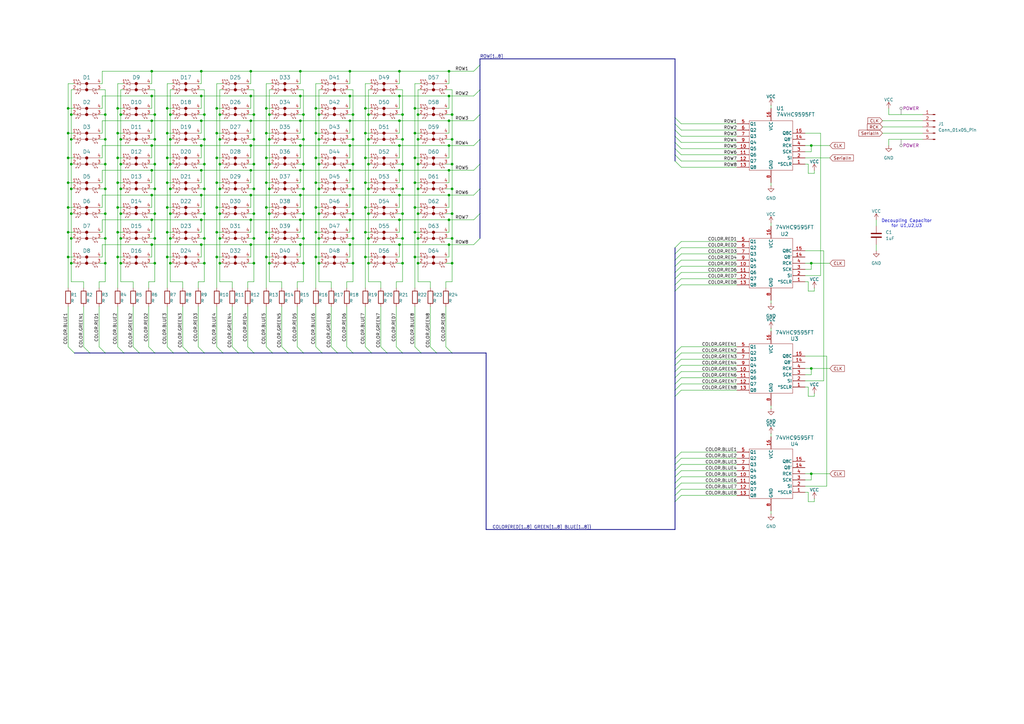
<source format=kicad_sch>
(kicad_sch (version 20250114) (generator "eeschema") (generator_version "9.0")
  (paper "A3")
  (text "Decoupling Capacitor\nfor U1,U2,U3" (at 371.856 91.694 0) (effects (font (size 1.27 1.27))))
  (junction (at 144.78 57.15))
  (junction (at 63.5 97.79))
  (junction (at 27.94 44.45))
  (junction (at 124.46 87.63))
  (junction (at 165.1 87.63))
  (junction (at 332.74 151.13))
  (junction (at 43.18 46.99))
  (junction (at 69.85 107.95))
  (junction (at 82.55 29.21))
  (junction (at 143.51 29.21))
  (junction (at 110.49 97.79))
  (junction (at 102.87 69.85))
  (junction (at 129.54 54.61))
  (junction (at 62.23 29.21))
  (junction (at 48.26 74.93))
  (junction (at 62.23 80.01))
  (junction (at 149.86 64.77))
  (junction (at 43.18 67.31))
  (junction (at 144.78 87.63))
  (junction (at 48.26 54.61))
  (junction (at 63.5 57.15))
  (junction (at 68.58 85.09))
  (junction (at 123.19 59.69))
  (junction (at 62.23 90.17))
  (junction (at 151.13 46.99))
  (junction (at 88.9 74.93))
  (junction (at 102.87 59.69))
  (junction (at 143.51 90.17))
  (junction (at 62.23 100.33))
  (junction (at 29.21 87.63))
  (junction (at 109.22 44.45))
  (junction (at 68.58 54.61))
  (junction (at 88.9 85.09))
  (junction (at 63.5 46.99))
  (junction (at 109.22 74.93))
  (junction (at 151.13 67.31))
  (junction (at 68.58 64.77))
  (junction (at 129.54 64.77))
  (junction (at 124.46 97.79))
  (junction (at 185.42 77.47))
  (junction (at 124.46 46.99))
  (junction (at 63.5 87.63))
  (junction (at 151.13 57.15))
  (junction (at 109.22 105.41))
  (junction (at 83.82 67.31))
  (junction (at 62.23 39.37))
  (junction (at 68.58 74.93))
  (junction (at 171.45 87.63))
  (junction (at 102.87 29.21))
  (junction (at 332.74 59.69))
  (junction (at 69.85 87.63))
  (junction (at 144.78 67.31))
  (junction (at 170.18 85.09))
  (junction (at 130.81 57.15))
  (junction (at 185.42 107.95))
  (junction (at 90.17 107.95))
  (junction (at 163.83 90.17))
  (junction (at 102.87 49.53))
  (junction (at 332.74 107.95))
  (junction (at 149.86 44.45))
  (junction (at 110.49 57.15))
  (junction (at 68.58 95.25))
  (junction (at 29.21 57.15))
  (junction (at 82.55 90.17))
  (junction (at 130.81 97.79))
  (junction (at 48.26 105.41))
  (junction (at 170.18 95.25))
  (junction (at 130.81 46.99))
  (junction (at 185.42 67.31))
  (junction (at 171.45 46.99))
  (junction (at 170.18 74.93))
  (junction (at 163.83 100.33))
  (junction (at 82.55 39.37))
  (junction (at 184.15 29.21))
  (junction (at 143.51 49.53))
  (junction (at 110.49 67.31))
  (junction (at 102.87 80.01))
  (junction (at 149.86 105.41))
  (junction (at 163.83 80.01))
  (junction (at 63.5 67.31))
  (junction (at 170.18 105.41))
  (junction (at 149.86 85.09))
  (junction (at 82.55 59.69))
  (junction (at 83.82 57.15))
  (junction (at 171.45 107.95))
  (junction (at 151.13 97.79))
  (junction (at 88.9 105.41))
  (junction (at 143.51 59.69))
  (junction (at 129.54 44.45))
  (junction (at 104.14 77.47))
  (junction (at 163.83 69.85))
  (junction (at 82.55 49.53))
  (junction (at 90.17 97.79))
  (junction (at 124.46 107.95))
  (junction (at 110.49 87.63))
  (junction (at 69.85 57.15))
  (junction (at 184.15 39.37))
  (junction (at 143.51 39.37))
  (junction (at 29.21 46.99))
  (junction (at 62.23 49.53))
  (junction (at 149.86 95.25))
  (junction (at 143.51 100.33))
  (junction (at 110.49 77.47))
  (junction (at 144.78 107.95))
  (junction (at 49.53 67.31))
  (junction (at 43.18 87.63))
  (junction (at 90.17 77.47))
  (junction (at 83.82 107.95))
  (junction (at 102.87 39.37))
  (junction (at 27.94 54.61))
  (junction (at 29.21 107.95))
  (junction (at 184.15 69.85))
  (junction (at 123.19 90.17))
  (junction (at 29.21 97.79))
  (junction (at 29.21 77.47))
  (junction (at 130.81 107.95))
  (junction (at 143.51 69.85))
  (junction (at 49.53 107.95))
  (junction (at 88.9 44.45))
  (junction (at 129.54 74.93))
  (junction (at 68.58 44.45))
  (junction (at 171.45 77.47))
  (junction (at 102.87 90.17))
  (junction (at 163.83 29.21))
  (junction (at 43.18 77.47))
  (junction (at 165.1 97.79))
  (junction (at 129.54 85.09))
  (junction (at 185.42 87.63))
  (junction (at 144.78 77.47))
  (junction (at 63.5 107.95))
  (junction (at 48.26 85.09))
  (junction (at 88.9 64.77))
  (junction (at 43.18 57.15))
  (junction (at 184.15 59.69))
  (junction (at 69.85 67.31))
  (junction (at 165.1 77.47))
  (junction (at 63.5 77.47))
  (junction (at 83.82 77.47))
  (junction (at 27.94 64.77))
  (junction (at 123.19 100.33))
  (junction (at 123.19 39.37))
  (junction (at 90.17 67.31))
  (junction (at 149.86 74.93))
  (junction (at 124.46 77.47))
  (junction (at 104.14 107.95))
  (junction (at 109.22 85.09))
  (junction (at 124.46 67.31))
  (junction (at 88.9 54.61))
  (junction (at 165.1 57.15))
  (junction (at 48.26 95.25))
  (junction (at 49.53 46.99))
  (junction (at 163.83 49.53))
  (junction (at 102.87 100.33))
  (junction (at 151.13 87.63))
  (junction (at 171.45 67.31))
  (junction (at 109.22 95.25))
  (junction (at 149.86 54.61))
  (junction (at 184.15 100.33))
  (junction (at 170.18 64.77))
  (junction (at 165.1 67.31))
  (junction (at 62.23 69.85))
  (junction (at 130.81 87.63))
  (junction (at 184.15 80.01))
  (junction (at 123.19 29.21))
  (junction (at 104.14 87.63))
  (junction (at 165.1 46.99))
  (junction (at 49.53 87.63))
  (junction (at 69.85 77.47))
  (junction (at 88.9 95.25))
  (junction (at 185.42 57.15))
  (junction (at 43.18 97.79))
  (junction (at 109.22 54.61))
  (junction (at 49.53 57.15))
  (junction (at 90.17 46.99))
  (junction (at 184.15 90.17))
  (junction (at 90.17 87.63))
  (junction (at 104.14 97.79))
  (junction (at 90.17 57.15))
  (junction (at 83.82 97.79))
  (junction (at 83.82 46.99))
  (junction (at 163.83 59.69))
  (junction (at 130.81 67.31))
  (junction (at 69.85 46.99))
  (junction (at 129.54 105.41))
  (junction (at 27.94 74.93))
  (junction (at 124.46 57.15))
  (junction (at 104.14 67.31))
  (junction (at 123.19 69.85))
  (junction (at 144.78 97.79))
  (junction (at 171.45 57.15))
  (junction (at 123.19 49.53))
  (junction (at 185.42 97.79))
  (junction (at 185.42 46.99))
  (junction (at 27.94 95.25))
  (junction (at 165.1 107.95))
  (junction (at 104.14 57.15))
  (junction (at 143.51 80.01))
  (junction (at 82.55 69.85))
  (junction (at 49.53 97.79))
  (junction (at 69.85 97.79))
  (junction (at 144.78 46.99))
  (junction (at 27.94 85.09))
  (junction (at 49.53 77.47))
  (junction (at 68.58 105.41))
  (junction (at 83.82 87.63))
  (junction (at 110.49 46.99))
  (junction (at 151.13 107.95))
  (junction (at 130.81 77.47))
  (junction (at 48.26 64.77))
  (junction (at 129.54 95.25))
  (junction (at 332.74 194.31))
  (junction (at 163.83 39.37))
  (junction (at 27.94 105.41))
  (junction (at 29.21 67.31))
  (junction (at 151.13 77.47))
  (junction (at 104.14 46.99))
  (junction (at 82.55 100.33))
  (junction (at 43.18 107.95))
  (junction (at 171.45 97.79))
  (junction (at 170.18 54.61))
  (junction (at 109.22 64.77))
  (junction (at 48.26 44.45))
  (junction (at 110.49 107.95))
  (junction (at 82.55 80.01))
  (junction (at 62.23 59.69))
  (junction (at 123.19 80.01))
  (junction (at 170.18 44.45))
  (junction (at 184.15 49.53))
  (bus_entry (at 276.86 63.5) (size 2.54 2.54))
  (bus_entry (at 276.86 119.38) (size 2.54 -2.54))
  (bus_entry (at 276.86 162.56) (size 2.54 -2.54))
  (bus_entry (at 196.85 36.83) (size -2.54 2.54))
  (bus_entry (at 185.42 144.78) (size -2.54 -2.54))
  (bus_entry (at 276.86 147.32) (size 2.54 -2.54))
  (bus_entry (at 104.14 144.78) (size -2.54 -2.54))
  (bus_entry (at 196.85 67.31) (size -2.54 2.54))
  (bus_entry (at 276.86 114.3) (size 2.54 -2.54))
  (bus_entry (at 196.85 46.99) (size -2.54 2.54))
  (bus_entry (at 276.86 195.58) (size 2.54 -2.54))
  (bus_entry (at 276.86 106.68) (size 2.54 -2.54))
  (bus_entry (at 276.86 200.66) (size 2.54 -2.54))
  (bus_entry (at 97.79 144.78) (size -2.54 -2.54))
  (bus_entry (at 77.47 144.78) (size -2.54 -2.54))
  (bus_entry (at 144.78 144.78) (size -2.54 -2.54))
  (bus_entry (at 172.72 144.78) (size -2.54 -2.54))
  (bus_entry (at 276.86 193.04) (size 2.54 -2.54))
  (bus_entry (at 276.86 116.84) (size 2.54 -2.54))
  (bus_entry (at 276.86 55.88) (size 2.54 2.54))
  (bus_entry (at 276.86 104.14) (size 2.54 -2.54))
  (bus_entry (at 50.8 144.78) (size -2.54 -2.54))
  (bus_entry (at 276.86 109.22) (size 2.54 -2.54))
  (bus_entry (at 165.1 144.78) (size -2.54 -2.54))
  (bus_entry (at 118.11 144.78) (size -2.54 -2.54))
  (bus_entry (at 276.86 144.78) (size 2.54 -2.54))
  (bus_entry (at 71.12 144.78) (size -2.54 -2.54))
  (bus_entry (at 276.86 149.86) (size 2.54 -2.54))
  (bus_entry (at 276.86 53.34) (size 2.54 2.54))
  (bus_entry (at 276.86 58.42) (size 2.54 2.54))
  (bus_entry (at 196.85 57.15) (size -2.54 2.54))
  (bus_entry (at 276.86 154.94) (size 2.54 -2.54))
  (bus_entry (at 276.86 205.74) (size 2.54 -2.54))
  (bus_entry (at 57.15 144.78) (size -2.54 -2.54))
  (bus_entry (at 276.86 157.48) (size 2.54 -2.54))
  (bus_entry (at 158.75 144.78) (size -2.54 -2.54))
  (bus_entry (at 196.85 87.63) (size -2.54 2.54))
  (bus_entry (at 36.83 144.78) (size -2.54 -2.54))
  (bus_entry (at 138.43 144.78) (size -2.54 -2.54))
  (bus_entry (at 276.86 111.76) (size 2.54 -2.54))
  (bus_entry (at 276.86 101.6) (size 2.54 -2.54))
  (bus_entry (at 276.86 60.96) (size 2.54 2.54))
  (bus_entry (at 179.07 144.78) (size -2.54 -2.54))
  (bus_entry (at 276.86 152.4) (size 2.54 -2.54))
  (bus_entry (at 43.18 144.78) (size -2.54 -2.54))
  (bus_entry (at 91.44 144.78) (size -2.54 -2.54))
  (bus_entry (at 276.86 50.8) (size 2.54 2.54))
  (bus_entry (at 276.86 203.2) (size 2.54 -2.54))
  (bus_entry (at 276.86 187.96) (size 2.54 -2.54))
  (bus_entry (at 196.85 77.47) (size -2.54 2.54))
  (bus_entry (at 276.86 198.12) (size 2.54 -2.54))
  (bus_entry (at 276.86 48.26) (size 2.54 2.54))
  (bus_entry (at 124.46 144.78) (size -2.54 -2.54))
  (bus_entry (at 276.86 190.5) (size 2.54 -2.54))
  (bus_entry (at 111.76 144.78) (size -2.54 -2.54))
  (bus_entry (at 83.82 144.78) (size -2.54 -2.54))
  (bus_entry (at 276.86 66.04) (size 2.54 2.54))
  (bus_entry (at 30.48 144.78) (size -2.54 -2.54))
  (bus_entry (at 196.85 26.67) (size -2.54 2.54))
  (bus_entry (at 132.08 144.78) (size -2.54 -2.54))
  (bus_entry (at 196.85 97.79) (size -2.54 2.54))
  (bus_entry (at 152.4 144.78) (size -2.54 -2.54))
  (bus_entry (at 276.86 160.02) (size 2.54 -2.54))
  (bus_entry (at 63.5 144.78) (size -2.54 -2.54))
  (wire (pts (xy 90.17 57.15) (xy 90.17 67.31)))
  (wire (pts (xy 101.6 107.95) (xy 104.14 107.95)))
  (wire (pts (xy 82.55 59.69) (xy 102.87 59.69)))
  (wire (pts (xy 135.89 125.73) (xy 135.89 142.24)))
  (wire (pts (xy 143.51 80.01) (xy 143.51 85.09)))
  (wire (pts (xy 83.82 77.47) (xy 83.82 87.63)))
  (wire (pts (xy 91.44 36.83) (xy 90.17 36.83)))
  (wire (pts (xy 330.2 115.57) (xy 331.47 115.57)))
  (wire (pts (xy 27.94 64.77) (xy 30.48 64.77)))
  (wire (pts (xy 339.09 146.05) (xy 339.09 199.39)))
  (wire (pts (xy 104.14 67.31) (xy 104.14 77.47)))
  (bus (pts (xy 276.86 104.14) (xy 276.86 106.68)))
  (wire (pts (xy 69.85 57.15) (xy 69.85 67.31)))
  (wire (pts (xy 68.58 54.61) (xy 68.58 64.77)))
  (wire (pts (xy 121.92 107.95) (xy 124.46 107.95)))
  (wire (pts (xy 364.49 46.99) (xy 364.49 44.45)))
  (wire (pts (xy 83.82 36.83) (xy 83.82 46.99)))
  (wire (pts (xy 162.56 105.41) (xy 163.83 105.41)))
  (bus (pts (xy 124.46 144.78) (xy 132.08 144.78)))
  (wire (pts (xy 163.83 80.01) (xy 184.15 80.01)))
  (wire (pts (xy 162.56 64.77) (xy 163.83 64.77)))
  (wire (pts (xy 165.1 57.15) (xy 165.1 67.31)))
  (wire (pts (xy 69.85 67.31) (xy 69.85 77.47)))
  (wire (pts (xy 331.47 158.75) (xy 331.47 162.56)))
  (wire (pts (xy 29.21 77.47) (xy 30.48 77.47)))
  (wire (pts (xy 49.53 97.79) (xy 50.8 97.79)))
  (wire (pts (xy 129.54 54.61) (xy 132.08 54.61)))
  (wire (pts (xy 142.24 57.15) (xy 144.78 57.15)))
  (wire (pts (xy 82.55 95.25) (xy 82.55 90.17)))
  (wire (pts (xy 359.41 90.17) (xy 359.41 92.71)))
  (wire (pts (xy 102.87 80.01) (xy 123.19 80.01)))
  (wire (pts (xy 82.55 69.85) (xy 102.87 69.85)))
  (wire (pts (xy 170.18 54.61) (xy 172.72 54.61)))
  (wire (pts (xy 185.42 115.57) (xy 182.88 115.57)))
  (wire (pts (xy 27.94 54.61) (xy 27.94 64.77)))
  (wire (pts (xy 330.2 196.85) (xy 332.74 196.85)))
  (wire (pts (xy 102.87 29.21) (xy 123.19 29.21)))
  (wire (pts (xy 184.15 49.53) (xy 184.15 54.61)))
  (wire (pts (xy 88.9 95.25) (xy 91.44 95.25)))
  (wire (pts (xy 68.58 85.09) (xy 68.58 95.25)))
  (wire (pts (xy 170.18 95.25) (xy 172.72 95.25)))
  (wire (pts (xy 41.91 29.21) (xy 62.23 29.21)))
  (bus (pts (xy 276.86 48.26) (xy 276.86 50.8)))
  (wire (pts (xy 60.96 97.79) (xy 63.5 97.79)))
  (wire (pts (xy 110.49 97.79) (xy 111.76 97.79)))
  (bus (pts (xy 276.86 53.34) (xy 276.86 55.88)))
  (wire (pts (xy 130.81 57.15) (xy 130.81 67.31)))
  (bus (pts (xy 36.83 144.78) (xy 43.18 144.78)))
  (wire (pts (xy 109.22 64.77) (xy 111.76 64.77)))
  (wire (pts (xy 170.18 105.41) (xy 172.72 105.41)))
  (wire (pts (xy 182.88 115.57) (xy 182.88 118.11)))
  (wire (pts (xy 121.92 87.63) (xy 124.46 87.63)))
  (wire (pts (xy 81.28 44.45) (xy 82.55 44.45)))
  (wire (pts (xy 101.6 87.63) (xy 104.14 87.63)))
  (wire (pts (xy 104.14 77.47) (xy 104.14 87.63)))
  (wire (pts (xy 184.15 49.53) (xy 194.31 49.53)))
  (wire (pts (xy 149.86 44.45) (xy 152.4 44.45)))
  (wire (pts (xy 110.49 46.99) (xy 111.76 46.99)))
  (wire (pts (xy 331.47 119.38) (xy 334.01 119.38)))
  (wire (pts (xy 68.58 44.45) (xy 68.58 54.61)))
  (wire (pts (xy 129.54 64.77) (xy 129.54 74.93)))
  (wire (pts (xy 142.24 64.77) (xy 143.51 64.77)))
  (wire (pts (xy 182.88 34.29) (xy 184.15 34.29)))
  (wire (pts (xy 330.2 146.05) (xy 339.09 146.05)))
  (wire (pts (xy 40.64 44.45) (xy 41.91 44.45)))
  (bus (pts (xy 196.85 77.47) (xy 196.85 67.31)))
  (bus (pts (xy 276.86 55.88) (xy 276.86 58.42)))
  (bus (pts (xy 276.86 114.3) (xy 276.86 116.84)))
  (wire (pts (xy 81.28 85.09) (xy 82.55 85.09)))
  (wire (pts (xy 43.18 67.31) (xy 43.18 77.47)))
  (wire (pts (xy 83.82 97.79) (xy 83.82 107.95)))
  (wire (pts (xy 27.94 105.41) (xy 30.48 105.41)))
  (wire (pts (xy 110.49 115.57) (xy 115.57 115.57)))
  (wire (pts (xy 185.42 77.47) (xy 185.42 87.63)))
  (wire (pts (xy 48.26 54.61) (xy 50.8 54.61)))
  (wire (pts (xy 142.24 77.47) (xy 144.78 77.47)))
  (wire (pts (xy 48.26 95.25) (xy 50.8 95.25)))
  (wire (pts (xy 165.1 107.95) (xy 165.1 115.57)))
  (wire (pts (xy 60.96 115.57) (xy 60.96 118.11)))
  (wire (pts (xy 40.64 77.47) (xy 43.18 77.47)))
  (wire (pts (xy 185.42 87.63) (xy 185.42 97.79)))
  (wire (pts (xy 170.18 85.09) (xy 170.18 95.25)))
  (bus (pts (xy 185.42 144.78) (xy 199.39 144.78)))
  (wire (pts (xy 182.88 105.41) (xy 184.15 105.41)))
  (wire (pts (xy 184.15 59.69) (xy 194.31 59.69)))
  (bus (pts (xy 118.11 144.78) (xy 124.46 144.78)))
  (wire (pts (xy 109.22 85.09) (xy 111.76 85.09)))
  (wire (pts (xy 63.5 57.15) (xy 63.5 67.31)))
  (wire (pts (xy 151.13 46.99) (xy 151.13 57.15)))
  (bus (pts (xy 196.85 67.31) (xy 196.85 57.15)))
  (wire (pts (xy 279.4 198.12) (xy 302.26 198.12)))
  (wire (pts (xy 82.55 80.01) (xy 102.87 80.01)))
  (wire (pts (xy 279.4 50.8) (xy 302.26 50.8)))
  (wire (pts (xy 170.18 95.25) (xy 170.18 105.41)))
  (wire (pts (xy 29.21 115.57) (xy 34.29 115.57)))
  (wire (pts (xy 29.21 57.15) (xy 30.48 57.15)))
  (wire (pts (xy 29.21 77.47) (xy 29.21 87.63)))
  (wire (pts (xy 330.2 153.67) (xy 332.74 153.67)))
  (wire (pts (xy 102.87 85.09) (xy 102.87 80.01)))
  (wire (pts (xy 182.88 44.45) (xy 184.15 44.45)))
  (wire (pts (xy 34.29 125.73) (xy 34.29 142.24)))
  (bus (pts (xy 179.07 144.78) (xy 185.42 144.78)))
  (wire (pts (xy 130.81 77.47) (xy 130.81 87.63)))
  (wire (pts (xy 279.4 149.86) (xy 302.26 149.86)))
  (wire (pts (xy 124.46 115.57) (xy 121.92 115.57)))
  (wire (pts (xy 104.14 87.63) (xy 104.14 97.79)))
  (wire (pts (xy 49.53 67.31) (xy 50.8 67.31)))
  (wire (pts (xy 41.91 34.29) (xy 41.91 29.21)))
  (wire (pts (xy 95.25 125.73) (xy 95.25 142.24)))
  (wire (pts (xy 49.53 67.31) (xy 49.53 77.47)))
  (wire (pts (xy 162.56 36.83) (xy 165.1 36.83)))
  (wire (pts (xy 110.49 67.31) (xy 111.76 67.31)))
  (wire (pts (xy 101.6 125.73) (xy 101.6 142.24)))
  (wire (pts (xy 279.4 101.6) (xy 302.26 101.6)))
  (wire (pts (xy 170.18 44.45) (xy 170.18 54.61)))
  (wire (pts (xy 123.19 29.21) (xy 123.19 34.29)))
  (wire (pts (xy 163.83 105.41) (xy 163.83 100.33)))
  (wire (pts (xy 130.81 97.79) (xy 132.08 97.79)))
  (bus (pts (xy 132.08 144.78) (xy 138.43 144.78)))
  (wire (pts (xy 102.87 64.77) (xy 102.87 59.69)))
  (bus (pts (xy 276.86 203.2) (xy 276.86 205.74)))
  (wire (pts (xy 123.19 39.37) (xy 143.51 39.37)))
  (wire (pts (xy 41.91 54.61) (xy 41.91 49.53)))
  (wire (pts (xy 81.28 125.73) (xy 81.28 142.24)))
  (wire (pts (xy 129.54 125.73) (xy 129.54 142.24)))
  (wire (pts (xy 149.86 44.45) (xy 149.86 54.61)))
  (wire (pts (xy 143.51 49.53) (xy 163.83 49.53)))
  (wire (pts (xy 171.45 107.95) (xy 172.72 107.95)))
  (wire (pts (xy 182.88 67.31) (xy 185.42 67.31)))
  (wire (pts (xy 68.58 95.25) (xy 71.12 95.25)))
  (wire (pts (xy 149.86 54.61) (xy 152.4 54.61)))
  (wire (pts (xy 60.96 77.47) (xy 63.5 77.47)))
  (wire (pts (xy 162.56 46.99) (xy 165.1 46.99)))
  (wire (pts (xy 316.23 91.44) (xy 316.23 92.71)))
  (wire (pts (xy 81.28 57.15) (xy 83.82 57.15)))
  (wire (pts (xy 62.23 90.17) (xy 82.55 90.17)))
  (wire (pts (xy 63.5 115.57) (xy 60.96 115.57)))
  (wire (pts (xy 316.23 134.62) (xy 316.23 135.89)))
  (wire (pts (xy 63.5 46.99) (xy 63.5 57.15)))
  (bus (pts (xy 276.86 195.58) (xy 276.86 198.12)))
  (wire (pts (xy 49.53 107.95) (xy 49.53 115.57)))
  (wire (pts (xy 109.22 105.41) (xy 111.76 105.41)))
  (wire (pts (xy 378.46 46.99) (xy 364.49 46.99)))
  (wire (pts (xy 129.54 105.41) (xy 132.08 105.41)))
  (wire (pts (xy 110.49 77.47) (xy 110.49 87.63)))
  (wire (pts (xy 279.4 63.5) (xy 302.26 63.5)))
  (wire (pts (xy 123.19 105.41) (xy 123.19 100.33)))
  (bus (pts (xy 165.1 144.78) (xy 172.72 144.78)))
  (wire (pts (xy 69.85 87.63) (xy 71.12 87.63)))
  (wire (pts (xy 88.9 44.45) (xy 88.9 54.61)))
  (wire (pts (xy 63.5 87.63) (xy 63.5 97.79)))
  (wire (pts (xy 54.61 115.57) (xy 54.61 118.11)))
  (wire (pts (xy 129.54 95.25) (xy 132.08 95.25)))
  (wire (pts (xy 41.91 64.77) (xy 41.91 59.69)))
  (wire (pts (xy 162.56 74.93) (xy 163.83 74.93)))
  (bus (pts (xy 196.85 46.99) (xy 196.85 36.83)))
  (wire (pts (xy 102.87 39.37) (xy 123.19 39.37)))
  (wire (pts (xy 279.4 185.42) (xy 302.26 185.42)))
  (wire (pts (xy 184.15 64.77) (xy 184.15 59.69)))
  (wire (pts (xy 149.86 85.09) (xy 152.4 85.09)))
  (wire (pts (xy 149.86 95.25) (xy 152.4 95.25)))
  (wire (pts (xy 184.15 90.17) (xy 194.31 90.17)))
  (bus (pts (xy 276.86 157.48) (xy 276.86 160.02)))
  (wire (pts (xy 43.18 36.83) (xy 43.18 46.99)))
  (wire (pts (xy 279.4 111.76) (xy 302.26 111.76)))
  (wire (pts (xy 130.81 46.99) (xy 132.08 46.99)))
  (wire (pts (xy 29.21 107.95) (xy 30.48 107.95)))
  (wire (pts (xy 27.94 95.25) (xy 27.94 105.41)))
  (wire (pts (xy 171.45 57.15) (xy 172.72 57.15)))
  (wire (pts (xy 48.26 34.29) (xy 48.26 44.45)))
  (wire (pts (xy 279.4 193.04) (xy 302.26 193.04)))
  (bus (pts (xy 196.85 24.13) (xy 276.86 24.13)))
  (bus (pts (xy 276.86 109.22) (xy 276.86 111.76)))
  (wire (pts (xy 109.22 74.93) (xy 111.76 74.93)))
  (wire (pts (xy 30.48 36.83) (xy 29.21 36.83)))
  (wire (pts (xy 27.94 64.77) (xy 27.94 74.93)))
  (wire (pts (xy 27.94 34.29) (xy 27.94 44.45)))
  (wire (pts (xy 60.96 44.45) (xy 62.23 44.45)))
  (wire (pts (xy 101.6 105.41) (xy 102.87 105.41)))
  (wire (pts (xy 123.19 49.53) (xy 143.51 49.53)))
  (wire (pts (xy 68.58 54.61) (xy 71.12 54.61)))
  (wire (pts (xy 60.96 87.63) (xy 63.5 87.63)))
  (wire (pts (xy 41.91 95.25) (xy 41.91 90.17)))
  (wire (pts (xy 331.47 71.12) (xy 334.01 71.12)))
  (wire (pts (xy 109.22 125.73) (xy 109.22 142.24)))
  (wire (pts (xy 82.55 105.41) (xy 82.55 100.33)))
  (wire (pts (xy 109.22 54.61) (xy 111.76 54.61)))
  (wire (pts (xy 143.51 49.53) (xy 143.51 54.61)))
  (wire (pts (xy 102.87 69.85) (xy 123.19 69.85)))
  (wire (pts (xy 43.18 46.99) (xy 43.18 57.15)))
  (wire (pts (xy 331.47 205.74) (xy 334.01 205.74)))
  (wire (pts (xy 151.13 46.99) (xy 152.4 46.99)))
  (wire (pts (xy 330.2 62.23) (xy 332.74 62.23)))
  (wire (pts (xy 130.81 36.83) (xy 130.81 46.99)))
  (wire (pts (xy 143.51 74.93) (xy 143.51 69.85)))
  (wire (pts (xy 142.24 54.61) (xy 143.51 54.61)))
  (wire (pts (xy 90.17 115.57) (xy 95.25 115.57)))
  (wire (pts (xy 101.6 64.77) (xy 102.87 64.77)))
  (wire (pts (xy 330.2 158.75) (xy 331.47 158.75)))
  (wire (pts (xy 182.88 125.73) (xy 182.88 142.24)))
  (wire (pts (xy 88.9 74.93) (xy 91.44 74.93)))
  (wire (pts (xy 123.19 29.21) (xy 143.51 29.21)))
  (wire (pts (xy 102.87 105.41) (xy 102.87 100.33)))
  (wire (pts (xy 29.21 57.15) (xy 29.21 67.31)))
  (wire (pts (xy 170.18 54.61) (xy 170.18 64.77)))
  (wire (pts (xy 101.6 74.93) (xy 102.87 74.93)))
  (wire (pts (xy 143.51 29.21) (xy 163.83 29.21)))
  (wire (pts (xy 101.6 44.45) (xy 102.87 44.45)))
  (wire (pts (xy 29.21 46.99) (xy 29.21 57.15)))
  (wire (pts (xy 279.4 144.78) (xy 302.26 144.78)))
  (wire (pts (xy 40.64 115.57) (xy 40.64 118.11)))
  (wire (pts (xy 91.44 34.29) (xy 88.9 34.29)))
  (wire (pts (xy 121.92 105.41) (xy 123.19 105.41)))
  (wire (pts (xy 63.5 77.47) (xy 63.5 87.63)))
  (bus (pts (xy 276.86 190.5) (xy 276.86 193.04)))
  (wire (pts (xy 124.46 87.63) (xy 124.46 97.79)))
  (wire (pts (xy 83.82 115.57) (xy 81.28 115.57)))
  (bus (pts (xy 276.86 193.04) (xy 276.86 195.58)))
  (wire (pts (xy 144.78 87.63) (xy 144.78 97.79)))
  (wire (pts (xy 142.24 44.45) (xy 143.51 44.45)))
  (wire (pts (xy 149.86 34.29) (xy 149.86 44.45)))
  (wire (pts (xy 165.1 77.47) (xy 165.1 87.63)))
  (wire (pts (xy 121.92 46.99) (xy 124.46 46.99)))
  (wire (pts (xy 163.83 49.53) (xy 184.15 49.53)))
  (wire (pts (xy 170.18 85.09) (xy 172.72 85.09)))
  (wire (pts (xy 143.51 44.45) (xy 143.51 39.37)))
  (wire (pts (xy 68.58 44.45) (xy 71.12 44.45)))
  (wire (pts (xy 129.54 44.45) (xy 132.08 44.45)))
  (wire (pts (xy 142.24 74.93) (xy 143.51 74.93)))
  (wire (pts (xy 110.49 46.99) (xy 110.49 57.15)))
  (wire (pts (xy 60.96 105.41) (xy 62.23 105.41)))
  (wire (pts (xy 40.64 95.25) (xy 41.91 95.25)))
  (wire (pts (xy 81.28 95.25) (xy 82.55 95.25)))
  (wire (pts (xy 29.21 87.63) (xy 30.48 87.63)))
  (wire (pts (xy 330.2 110.49) (xy 332.74 110.49)))
  (wire (pts (xy 49.53 36.83) (xy 49.53 46.99)))
  (wire (pts (xy 90.17 87.63) (xy 91.44 87.63)))
  (wire (pts (xy 29.21 97.79) (xy 29.21 107.95)))
  (bus (pts (xy 57.15 144.78) (xy 63.5 144.78)))
  (wire (pts (xy 171.45 36.83) (xy 171.45 46.99)))
  (wire (pts (xy 316.23 177.8) (xy 316.23 179.07)))
  (wire (pts (xy 102.87 95.25) (xy 102.87 90.17)))
  (wire (pts (xy 176.53 125.73) (xy 176.53 142.24)))
  (wire (pts (xy 121.92 54.61) (xy 123.19 54.61)))
  (wire (pts (xy 171.45 97.79) (xy 171.45 107.95)))
  (wire (pts (xy 88.9 95.25) (xy 88.9 105.41)))
  (wire (pts (xy 149.86 105.41) (xy 149.86 118.11)))
  (wire (pts (xy 124.46 36.83) (xy 124.46 46.99)))
  (wire (pts (xy 316.23 166.37) (xy 316.23 167.64)))
  (wire (pts (xy 27.94 85.09) (xy 30.48 85.09)))
  (wire (pts (xy 48.26 54.61) (xy 48.26 64.77)))
  (wire (pts (xy 171.45 46.99) (xy 171.45 57.15)))
  (wire (pts (xy 130.81 107.95) (xy 130.81 115.57)))
  (bus (pts (xy 77.47 144.78) (xy 83.82 144.78)))
  (wire (pts (xy 83.82 46.99) (xy 83.82 57.15)))
  (wire (pts (xy 29.21 67.31) (xy 30.48 67.31)))
  (wire (pts (xy 336.55 113.03) (xy 330.2 113.03)))
  (wire (pts (xy 162.56 44.45) (xy 163.83 44.45)))
  (wire (pts (xy 151.13 57.15) (xy 152.4 57.15)))
  (wire (pts (xy 40.64 36.83) (xy 43.18 36.83)))
  (wire (pts (xy 142.24 125.73) (xy 142.24 142.24)))
  (wire (pts (xy 74.93 125.73) (xy 74.93 142.24)))
  (wire (pts (xy 151.13 107.95) (xy 151.13 115.57)))
  (bus (pts (xy 43.18 144.78) (xy 50.8 144.78)))
  (bus (pts (xy 276.86 198.12) (xy 276.86 200.66)))
  (wire (pts (xy 83.82 57.15) (xy 83.82 67.31)))
  (wire (pts (xy 109.22 74.93) (xy 109.22 85.09)))
  (wire (pts (xy 182.88 107.95) (xy 185.42 107.95)))
  (wire (pts (xy 123.19 74.93) (xy 123.19 69.85)))
  (wire (pts (xy 62.23 29.21) (xy 82.55 29.21)))
  (wire (pts (xy 109.22 95.25) (xy 111.76 95.25)))
  (wire (pts (xy 60.96 95.25) (xy 62.23 95.25)))
  (wire (pts (xy 332.74 107.95) (xy 332.74 110.49)))
  (wire (pts (xy 49.53 46.99) (xy 49.53 57.15)))
  (wire (pts (xy 90.17 36.83) (xy 90.17 46.99)))
  (wire (pts (xy 143.51 95.25) (xy 143.51 90.17)))
  (wire (pts (xy 48.26 74.93) (xy 50.8 74.93)))
  (wire (pts (xy 41.91 85.09) (xy 41.91 80.01)))
  (wire (pts (xy 279.4 157.48) (xy 302.26 157.48)))
  (wire (pts (xy 170.18 64.77) (xy 170.18 74.93)))
  (wire (pts (xy 129.54 85.09) (xy 129.54 95.25)))
  (bus (pts (xy 83.82 144.78) (xy 91.44 144.78)))
  (bus (pts (xy 144.78 144.78) (xy 152.4 144.78)))
  (wire (pts (xy 185.42 67.31) (xy 185.42 77.47)))
  (wire (pts (xy 130.81 97.79) (xy 130.81 107.95)))
  (wire (pts (xy 62.23 49.53) (xy 82.55 49.53)))
  (wire (pts (xy 40.64 57.15) (xy 43.18 57.15)))
  (wire (pts (xy 27.94 105.41) (xy 27.94 118.11)))
  (wire (pts (xy 143.51 59.69) (xy 163.83 59.69)))
  (wire (pts (xy 104.14 107.95) (xy 104.14 115.57)))
  (wire (pts (xy 163.83 44.45) (xy 163.83 39.37)))
  (wire (pts (xy 29.21 36.83) (xy 29.21 46.99)))
  (wire (pts (xy 81.28 64.77) (xy 82.55 64.77)))
  (wire (pts (xy 165.1 67.31) (xy 165.1 77.47)))
  (wire (pts (xy 111.76 36.83) (xy 110.49 36.83)))
  (wire (pts (xy 279.4 109.22) (xy 302.26 109.22)))
  (wire (pts (xy 109.22 105.41) (xy 109.22 118.11)))
  (wire (pts (xy 334.01 204.47) (xy 334.01 205.74)))
  (wire (pts (xy 163.83 54.61) (xy 163.83 49.53)))
  (wire (pts (xy 62.23 44.45) (xy 62.23 39.37)))
  (bus (pts (xy 276.86 152.4) (xy 276.86 154.94)))
  (wire (pts (xy 88.9 54.61) (xy 91.44 54.61)))
  (wire (pts (xy 279.4 154.94) (xy 302.26 154.94)))
  (wire (pts (xy 176.53 115.57) (xy 176.53 118.11)))
  (wire (pts (xy 68.58 74.93) (xy 71.12 74.93)))
  (wire (pts (xy 101.6 54.61) (xy 102.87 54.61)))
  (wire (pts (xy 102.87 90.17) (xy 123.19 90.17)))
  (wire (pts (xy 171.45 46.99) (xy 172.72 46.99)))
  (wire (pts (xy 102.87 100.33) (xy 123.19 100.33)))
  (wire (pts (xy 102.87 74.93) (xy 102.87 69.85)))
  (wire (pts (xy 171.45 67.31) (xy 172.72 67.31)))
  (wire (pts (xy 279.4 58.42) (xy 302.26 58.42)))
  (wire (pts (xy 182.88 87.63) (xy 185.42 87.63)))
  (wire (pts (xy 110.49 107.95) (xy 111.76 107.95)))
  (wire (pts (xy 68.58 95.25) (xy 68.58 105.41)))
  (wire (pts (xy 88.9 64.77) (xy 88.9 74.93)))
  (bus (pts (xy 276.86 144.78) (xy 276.86 147.32)))
  (wire (pts (xy 279.4 68.58) (xy 302.26 68.58)))
  (bus (pts (xy 104.14 144.78) (xy 111.76 144.78)))
  (wire (pts (xy 279.4 106.68) (xy 302.26 106.68)))
  (wire (pts (xy 40.64 87.63) (xy 43.18 87.63)))
  (wire (pts (xy 90.17 87.63) (xy 90.17 97.79)))
  (wire (pts (xy 49.53 97.79) (xy 49.53 107.95)))
  (wire (pts (xy 29.21 46.99) (xy 30.48 46.99)))
  (wire (pts (xy 182.88 77.47) (xy 185.42 77.47)))
  (wire (pts (xy 88.9 74.93) (xy 88.9 85.09)))
  (wire (pts (xy 43.18 97.79) (xy 43.18 107.95)))
  (wire (pts (xy 123.19 39.37) (xy 123.19 44.45)))
  (wire (pts (xy 151.13 57.15) (xy 151.13 67.31)))
  (wire (pts (xy 279.4 203.2) (xy 302.26 203.2)))
  (wire (pts (xy 121.92 36.83) (xy 124.46 36.83)))
  (wire (pts (xy 109.22 44.45) (xy 109.22 54.61)))
  (wire (pts (xy 142.24 107.95) (xy 144.78 107.95)))
  (wire (pts (xy 184.15 39.37) (xy 184.15 44.45)))
  (wire (pts (xy 82.55 74.93) (xy 82.55 69.85)))
  (wire (pts (xy 90.17 46.99) (xy 90.17 57.15)))
  (wire (pts (xy 90.17 97.79) (xy 91.44 97.79)))
  (wire (pts (xy 123.19 85.09) (xy 123.19 80.01)))
  (wire (pts (xy 165.1 97.79) (xy 165.1 107.95)))
  (wire (pts (xy 132.08 34.29) (xy 129.54 34.29)))
  (wire (pts (xy 132.08 36.83) (xy 130.81 36.83)))
  (wire (pts (xy 69.85 77.47) (xy 71.12 77.47)))
  (wire (pts (xy 29.21 107.95) (xy 29.21 115.57)))
  (bus (pts (xy 276.86 63.5) (xy 276.86 66.04)))
  (wire (pts (xy 115.57 125.73) (xy 115.57 142.24)))
  (wire (pts (xy 27.94 44.45) (xy 30.48 44.45)))
  (wire (pts (xy 163.83 74.93) (xy 163.83 69.85)))
  (wire (pts (xy 90.17 67.31) (xy 90.17 77.47)))
  (wire (pts (xy 185.42 57.15) (xy 185.42 67.31)))
  (wire (pts (xy 81.28 34.29) (xy 82.55 34.29)))
  (wire (pts (xy 121.92 34.29) (xy 123.19 34.29)))
  (wire (pts (xy 330.2 194.31) (xy 332.74 194.31)))
  (wire (pts (xy 90.17 107.95) (xy 90.17 115.57)))
  (wire (pts (xy 149.86 64.77) (xy 149.86 74.93)))
  (wire (pts (xy 27.94 74.93) (xy 27.94 85.09)))
  (wire (pts (xy 151.13 87.63) (xy 151.13 97.79)))
  (wire (pts (xy 88.9 34.29) (xy 88.9 44.45)))
  (wire (pts (xy 81.28 115.57) (xy 81.28 118.11)))
  (wire (pts (xy 142.24 115.57) (xy 142.24 118.11)))
  (wire (pts (xy 109.22 34.29) (xy 109.22 44.45)))
  (wire (pts (xy 130.81 46.99) (xy 130.81 57.15)))
  (wire (pts (xy 102.87 34.29) (xy 102.87 29.21)))
  (wire (pts (xy 123.19 59.69) (xy 143.51 59.69)))
  (wire (pts (xy 279.4 114.3) (xy 302.26 114.3)))
  (wire (pts (xy 82.55 49.53) (xy 102.87 49.53)))
  (wire (pts (xy 63.5 36.83) (xy 63.5 46.99)))
  (wire (pts (xy 62.23 64.77) (xy 62.23 59.69)))
  (wire (pts (xy 182.88 64.77) (xy 184.15 64.77)))
  (wire (pts (xy 330.2 64.77) (xy 340.36 64.77)))
  (wire (pts (xy 62.23 59.69) (xy 82.55 59.69)))
  (wire (pts (xy 143.51 29.21) (xy 143.51 34.29)))
  (wire (pts (xy 48.26 44.45) (xy 50.8 44.45)))
  (wire (pts (xy 184.15 39.37) (xy 194.31 39.37)))
  (wire (pts (xy 149.86 74.93) (xy 152.4 74.93)))
  (bus (pts (xy 276.86 116.84) (xy 276.86 119.38)))
  (wire (pts (xy 184.15 105.41) (xy 184.15 100.33)))
  (wire (pts (xy 121.92 97.79) (xy 124.46 97.79)))
  (wire (pts (xy 172.72 36.83) (xy 171.45 36.83)))
  (wire (pts (xy 171.45 87.63) (xy 171.45 97.79)))
  (wire (pts (xy 83.82 87.63) (xy 83.82 97.79)))
  (wire (pts (xy 170.18 74.93) (xy 172.72 74.93)))
  (bus (pts (xy 196.85 26.67) (xy 196.85 24.13)))
  (bus (pts (xy 199.39 144.78) (xy 199.39 217.17)))
  (wire (pts (xy 185.42 46.99) (xy 185.42 57.15)))
  (wire (pts (xy 129.54 54.61) (xy 129.54 64.77)))
  (bus (pts (xy 199.39 217.17) (xy 276.86 217.17)))
  (wire (pts (xy 185.42 97.79) (xy 185.42 107.95)))
  (wire (pts (xy 149.86 74.93) (xy 149.86 85.09)))
  (wire (pts (xy 90.17 57.15) (xy 91.44 57.15)))
  (wire (pts (xy 41.91 74.93) (xy 41.91 69.85)))
  (wire (pts (xy 121.92 95.25) (xy 123.19 95.25)))
  (bus (pts (xy 276.86 205.74) (xy 276.86 217.17)))
  (wire (pts (xy 149.86 54.61) (xy 149.86 64.77)))
  (wire (pts (xy 142.24 85.09) (xy 143.51 85.09)))
  (wire (pts (xy 279.4 147.32) (xy 302.26 147.32)))
  (wire (pts (xy 130.81 57.15) (xy 132.08 57.15)))
  (wire (pts (xy 60.96 64.77) (xy 62.23 64.77)))
  (wire (pts (xy 151.13 77.47) (xy 152.4 77.47)))
  (wire (pts (xy 142.24 87.63) (xy 144.78 87.63)))
  (wire (pts (xy 163.83 100.33) (xy 184.15 100.33)))
  (wire (pts (xy 104.14 115.57) (xy 101.6 115.57)))
  (bus (pts (xy 97.79 144.78) (xy 104.14 144.78)))
  (wire (pts (xy 130.81 107.95) (xy 132.08 107.95)))
  (wire (pts (xy 121.92 64.77) (xy 123.19 64.77)))
  (wire (pts (xy 144.78 115.57) (xy 142.24 115.57)))
  (wire (pts (xy 60.96 34.29) (xy 62.23 34.29)))
  (wire (pts (xy 68.58 105.41) (xy 68.58 118.11)))
  (wire (pts (xy 129.54 74.93) (xy 129.54 85.09)))
  (wire (pts (xy 364.49 57.15) (xy 364.49 59.69)))
  (wire (pts (xy 49.53 57.15) (xy 49.53 67.31)))
  (wire (pts (xy 27.94 54.61) (xy 30.48 54.61)))
  (wire (pts (xy 149.86 105.41) (xy 152.4 105.41)))
  (bus (pts (xy 276.86 60.96) (xy 276.86 63.5)))
  (wire (pts (xy 330.2 54.61) (xy 336.55 54.61)))
  (wire (pts (xy 121.92 57.15) (xy 124.46 57.15)))
  (wire (pts (xy 49.53 87.63) (xy 50.8 87.63)))
  (wire (pts (xy 63.5 97.79) (xy 63.5 107.95)))
  (wire (pts (xy 110.49 77.47) (xy 111.76 77.47)))
  (wire (pts (xy 144.78 36.83) (xy 144.78 46.99)))
  (wire (pts (xy 361.95 52.07) (xy 378.46 52.07)))
  (wire (pts (xy 144.78 77.47) (xy 144.78 87.63)))
  (wire (pts (xy 110.49 87.63) (xy 111.76 87.63)))
  (wire (pts (xy 124.46 67.31) (xy 124.46 77.47)))
  (wire (pts (xy 144.78 67.31) (xy 144.78 77.47)))
  (wire (pts (xy 62.23 74.93) (xy 62.23 69.85)))
  (wire (pts (xy 162.56 107.95) (xy 165.1 107.95)))
  (wire (pts (xy 332.74 194.31) (xy 332.74 196.85)))
  (wire (pts (xy 121.92 67.31) (xy 124.46 67.31)))
  (wire (pts (xy 152.4 36.83) (xy 151.13 36.83)))
  (wire (pts (xy 149.86 85.09) (xy 149.86 95.25)))
  (wire (pts (xy 82.55 44.45) (xy 82.55 39.37)))
  (wire (pts (xy 171.45 107.95) (xy 171.45 115.57)))
  (wire (pts (xy 110.49 97.79) (xy 110.49 107.95)))
  (wire (pts (xy 81.28 67.31) (xy 83.82 67.31)))
  (bus (pts (xy 138.43 144.78) (xy 144.78 144.78)))
  (wire (pts (xy 41.91 105.41) (xy 41.91 100.33)))
  (wire (pts (xy 151.13 107.95) (xy 152.4 107.95)))
  (wire (pts (xy 162.56 87.63) (xy 165.1 87.63)))
  (wire (pts (xy 163.83 95.25) (xy 163.83 90.17)))
  (wire (pts (xy 361.95 54.61) (xy 378.46 54.61)))
  (bus (pts (xy 276.86 101.6) (xy 276.86 104.14)))
  (wire (pts (xy 109.22 64.77) (xy 109.22 74.93)))
  (wire (pts (xy 279.4 60.96) (xy 302.26 60.96)))
  (wire (pts (xy 104.14 97.79) (xy 104.14 107.95)))
  (wire (pts (xy 163.83 29.21) (xy 184.15 29.21)))
  (wire (pts (xy 88.9 105.41) (xy 88.9 118.11)))
  (wire (pts (xy 182.88 85.09) (xy 184.15 85.09)))
  (wire (pts (xy 82.55 90.17) (xy 102.87 90.17)))
  (wire (pts (xy 81.28 46.99) (xy 83.82 46.99)))
  (wire (pts (xy 102.87 54.61) (xy 102.87 49.53)))
  (wire (pts (xy 62.23 100.33) (xy 82.55 100.33)))
  (wire (pts (xy 184.15 69.85) (xy 184.15 74.93)))
  (wire (pts (xy 334.01 118.11) (xy 334.01 119.38)))
  (wire (pts (xy 71.12 36.83) (xy 69.85 36.83)))
  (wire (pts (xy 82.55 54.61) (xy 82.55 49.53)))
  (wire (pts (xy 34.29 115.57) (xy 34.29 118.11)))
  (wire (pts (xy 185.42 107.95) (xy 185.42 115.57)))
  (wire (pts (xy 129.54 85.09) (xy 132.08 85.09)))
  (wire (pts (xy 182.88 54.61) (xy 184.15 54.61)))
  (wire (pts (xy 162.56 97.79) (xy 165.1 97.79)))
  (wire (pts (xy 332.74 151.13) (xy 332.74 153.67)))
  (wire (pts (xy 123.19 64.77) (xy 123.19 59.69)))
  (wire (pts (xy 88.9 64.77) (xy 91.44 64.77)))
  (wire (pts (xy 184.15 29.21) (xy 194.31 29.21)))
  (wire (pts (xy 60.96 46.99) (xy 63.5 46.99)))
  (wire (pts (xy 130.81 87.63) (xy 130.81 97.79)))
  (wire (pts (xy 330.2 201.93) (xy 331.47 201.93)))
  (wire (pts (xy 143.51 105.41) (xy 143.51 100.33)))
  (wire (pts (xy 142.24 97.79) (xy 144.78 97.79)))
  (wire (pts (xy 101.6 57.15) (xy 104.14 57.15)))
  (wire (pts (xy 143.51 69.85) (xy 163.83 69.85)))
  (wire (pts (xy 170.18 64.77) (xy 172.72 64.77)))
  (wire (pts (xy 143.51 39.37) (xy 163.83 39.37)))
  (wire (pts (xy 163.83 90.17) (xy 184.15 90.17)))
  (wire (pts (xy 41.91 69.85) (xy 62.23 69.85)))
  (wire (pts (xy 48.26 95.25) (xy 48.26 105.41)))
  (wire (pts (xy 81.28 36.83) (xy 83.82 36.83)))
  (wire (pts (xy 104.14 36.83) (xy 104.14 46.99)))
  (wire (pts (xy 182.88 57.15) (xy 185.42 57.15)))
  (wire (pts (xy 129.54 74.93) (xy 132.08 74.93)))
  (wire (pts (xy 102.87 59.69) (xy 123.19 59.69)))
  (wire (pts (xy 101.6 36.83) (xy 104.14 36.83)))
  (wire (pts (xy 336.55 54.61) (xy 336.55 113.03)))
  (wire (pts (xy 90.17 77.47) (xy 90.17 87.63)))
  (wire (pts (xy 184.15 80.01) (xy 194.31 80.01)))
  (wire (pts (xy 68.58 125.73) (xy 68.58 142.24)))
  (wire (pts (xy 151.13 115.57) (xy 156.21 115.57)))
  (wire (pts (xy 184.15 29.21) (xy 184.15 34.29)))
  (wire (pts (xy 182.88 95.25) (xy 184.15 95.25)))
  (wire (pts (xy 129.54 44.45) (xy 129.54 54.61)))
  (bus (pts (xy 276.86 119.38) (xy 276.86 144.78)))
  (wire (pts (xy 331.47 162.56) (xy 334.01 162.56)))
  (wire (pts (xy 170.18 34.29) (xy 170.18 44.45)))
  (wire (pts (xy 49.53 57.15) (xy 50.8 57.15)))
  (wire (pts (xy 144.78 107.95) (xy 144.78 115.57)))
  (wire (pts (xy 121.92 74.93) (xy 123.19 74.93)))
  (bus (pts (xy 276.86 106.68) (xy 276.86 109.22)))
  (wire (pts (xy 81.28 87.63) (xy 83.82 87.63)))
  (wire (pts (xy 279.4 99.06) (xy 302.26 99.06)))
  (wire (pts (xy 81.28 54.61) (xy 82.55 54.61)))
  (bus (pts (xy 152.4 144.78) (xy 158.75 144.78)))
  (wire (pts (xy 129.54 64.77) (xy 132.08 64.77)))
  (wire (pts (xy 60.96 67.31) (xy 63.5 67.31)))
  (bus (pts (xy 276.86 58.42) (xy 276.86 60.96)))
  (wire (pts (xy 81.28 97.79) (xy 83.82 97.79)))
  (wire (pts (xy 171.45 77.47) (xy 172.72 77.47)))
  (wire (pts (xy 151.13 87.63) (xy 152.4 87.63)))
  (wire (pts (xy 62.23 39.37) (xy 82.55 39.37)))
  (wire (pts (xy 49.53 77.47) (xy 49.53 87.63)))
  (bus (pts (xy 276.86 154.94) (xy 276.86 157.48)))
  (wire (pts (xy 48.26 44.45) (xy 48.26 54.61)))
  (wire (pts (xy 163.83 29.21) (xy 163.83 34.29)))
  (wire (pts (xy 48.26 125.73) (xy 48.26 142.24)))
  (wire (pts (xy 41.91 49.53) (xy 62.23 49.53)))
  (wire (pts (xy 43.18 107.95) (xy 43.18 115.57)))
  (wire (pts (xy 110.49 57.15) (xy 110.49 67.31)))
  (bus (pts (xy 196.85 36.83) (xy 196.85 26.67)))
  (wire (pts (xy 88.9 105.41) (xy 91.44 105.41)))
  (wire (pts (xy 334.01 69.85) (xy 334.01 71.12)))
  (wire (pts (xy 68.58 64.77) (xy 68.58 74.93)))
  (wire (pts (xy 104.14 57.15) (xy 104.14 67.31)))
  (wire (pts (xy 359.41 100.33) (xy 359.41 102.87)))
  (wire (pts (xy 279.4 187.96) (xy 302.26 187.96)))
  (wire (pts (xy 90.17 67.31) (xy 91.44 67.31)))
  (wire (pts (xy 121.92 77.47) (xy 124.46 77.47)))
  (wire (pts (xy 63.5 107.95) (xy 63.5 115.57)))
  (wire (pts (xy 27.94 125.73) (xy 27.94 142.24)))
  (wire (pts (xy 82.55 85.09) (xy 82.55 80.01)))
  (wire (pts (xy 110.49 87.63) (xy 110.49 97.79)))
  (wire (pts (xy 130.81 87.63) (xy 132.08 87.63)))
  (wire (pts (xy 83.82 67.31) (xy 83.82 77.47)))
  (wire (pts (xy 121.92 125.73) (xy 121.92 142.24)))
  (bus (pts (xy 91.44 144.78) (xy 97.79 144.78)))
  (wire (pts (xy 109.22 44.45) (xy 111.76 44.45)))
  (wire (pts (xy 102.87 49.53) (xy 123.19 49.53)))
  (wire (pts (xy 27.94 85.09) (xy 27.94 95.25)))
  (wire (pts (xy 143.51 80.01) (xy 163.83 80.01)))
  (wire (pts (xy 109.22 85.09) (xy 109.22 95.25)))
  (wire (pts (xy 143.51 100.33) (xy 163.83 100.33)))
  (wire (pts (xy 170.18 44.45) (xy 172.72 44.45)))
  (wire (pts (xy 43.18 87.63) (xy 43.18 97.79)))
  (bus (pts (xy 63.5 144.78) (xy 71.12 144.78)))
  (wire (pts (xy 182.88 97.79) (xy 185.42 97.79)))
  (wire (pts (xy 149.86 95.25) (xy 149.86 105.41)))
  (wire (pts (xy 332.74 107.95) (xy 340.36 107.95)))
  (wire (pts (xy 101.6 34.29) (xy 102.87 34.29)))
  (wire (pts (xy 90.17 97.79) (xy 90.17 107.95)))
  (wire (pts (xy 69.85 57.15) (xy 71.12 57.15)))
  (wire (pts (xy 110.49 57.15) (xy 111.76 57.15)))
  (wire (pts (xy 163.83 64.77) (xy 163.83 59.69)))
  (wire (pts (xy 330.2 67.31) (xy 331.47 67.31)))
  (bus (pts (xy 111.76 144.78) (xy 118.11 144.78)))
  (bus (pts (xy 276.86 147.32) (xy 276.86 149.86)))
  (wire (pts (xy 88.9 85.09) (xy 88.9 95.25)))
  (wire (pts (xy 48.26 64.77) (xy 48.26 74.93)))
  (wire (pts (xy 337.82 102.87) (xy 337.82 156.21)))
  (wire (pts (xy 144.78 46.99) (xy 144.78 57.15)))
  (bus (pts (xy 50.8 144.78) (xy 57.15 144.78)))
  (wire (pts (xy 165.1 36.83) (xy 165.1 46.99)))
  (wire (pts (xy 124.46 97.79) (xy 124.46 107.95)))
  (wire (pts (xy 69.85 46.99) (xy 71.12 46.99)))
  (wire (pts (xy 60.96 36.83) (xy 63.5 36.83)))
  (bus (pts (xy 196.85 57.15) (xy 196.85 46.99)))
  (wire (pts (xy 82.55 64.77) (xy 82.55 59.69)))
  (wire (pts (xy 30.48 34.29) (xy 27.94 34.29)))
  (wire (pts (xy 151.13 67.31) (xy 151.13 77.47)))
  (wire (pts (xy 68.58 105.41) (xy 71.12 105.41)))
  (wire (pts (xy 41.91 100.33) (xy 62.23 100.33)))
  (wire (pts (xy 152.4 34.29) (xy 149.86 34.29)))
  (wire (pts (xy 170.18 74.93) (xy 170.18 85.09)))
  (wire (pts (xy 81.28 77.47) (xy 83.82 77.47)))
  (wire (pts (xy 68.58 85.09) (xy 71.12 85.09)))
  (wire (pts (xy 62.23 95.25) (xy 62.23 90.17)))
  (wire (pts (xy 332.74 194.31) (xy 340.36 194.31)))
  (wire (pts (xy 50.8 36.83) (xy 49.53 36.83)))
  (wire (pts (xy 123.19 95.25) (xy 123.19 90.17)))
  (wire (pts (xy 163.83 80.01) (xy 163.83 85.09)))
  (wire (pts (xy 101.6 95.25) (xy 102.87 95.25)))
  (wire (pts (xy 102.87 44.45) (xy 102.87 39.37)))
  (wire (pts (xy 142.24 46.99) (xy 144.78 46.99)))
  (wire (pts (xy 143.51 64.77) (xy 143.51 59.69)))
  (wire (pts (xy 130.81 67.31) (xy 130.81 77.47)))
  (wire (pts (xy 111.76 34.29) (xy 109.22 34.29)))
  (bus (pts (xy 276.86 187.96) (xy 276.86 190.5)))
  (wire (pts (xy 27.94 74.93) (xy 30.48 74.93)))
  (wire (pts (xy 185.42 36.83) (xy 185.42 46.99)))
  (wire (pts (xy 62.23 85.09) (xy 62.23 80.01)))
  (wire (pts (xy 115.57 115.57) (xy 115.57 118.11)))
  (wire (pts (xy 142.24 36.83) (xy 144.78 36.83)))
  (wire (pts (xy 156.21 125.73) (xy 156.21 142.24)))
  (wire (pts (xy 88.9 125.73) (xy 88.9 142.24)))
  (wire (pts (xy 149.86 64.77) (xy 152.4 64.77)))
  (wire (pts (xy 88.9 85.09) (xy 91.44 85.09)))
  (wire (pts (xy 332.74 59.69) (xy 340.36 59.69)))
  (wire (pts (xy 110.49 107.95) (xy 110.49 115.57)))
  (wire (pts (xy 144.78 57.15) (xy 144.78 67.31)))
  (wire (pts (xy 90.17 77.47) (xy 91.44 77.47)))
  (wire (pts (xy 60.96 74.93) (xy 62.23 74.93)))
  (wire (pts (xy 40.64 125.73) (xy 40.64 142.24)))
  (bus (pts (xy 71.12 144.78) (xy 77.47 144.78)))
  (wire (pts (xy 123.19 100.33) (xy 143.51 100.33)))
  (wire (pts (xy 316.23 123.19) (xy 316.23 124.46)))
  (wire (pts (xy 143.51 90.17) (xy 163.83 90.17)))
  (wire (pts (xy 41.91 90.17) (xy 62.23 90.17)))
  (wire (pts (xy 162.56 77.47) (xy 165.1 77.47)))
  (wire (pts (xy 54.61 125.73) (xy 54.61 142.24)))
  (wire (pts (xy 162.56 125.73) (xy 162.56 142.24)))
  (wire (pts (xy 110.49 36.83) (xy 110.49 46.99)))
  (wire (pts (xy 95.25 115.57) (xy 95.25 118.11)))
  (wire (pts (xy 43.18 77.47) (xy 43.18 87.63)))
  (wire (pts (xy 101.6 46.99) (xy 104.14 46.99)))
  (wire (pts (xy 130.81 115.57) (xy 135.89 115.57)))
  (wire (pts (xy 279.4 53.34) (xy 302.26 53.34)))
  (wire (pts (xy 162.56 57.15) (xy 165.1 57.15)))
  (wire (pts (xy 171.45 77.47) (xy 171.45 87.63)))
  (wire (pts (xy 109.22 95.25) (xy 109.22 105.41)))
  (bus (pts (xy 276.86 24.13) (xy 276.86 48.26)))
  (wire (pts (xy 165.1 46.99) (xy 165.1 57.15)))
  (wire (pts (xy 184.15 95.25) (xy 184.15 90.17)))
  (wire (pts (xy 142.24 67.31) (xy 144.78 67.31)))
  (wire (pts (xy 69.85 97.79) (xy 69.85 107.95)))
  (wire (pts (xy 68.58 34.29) (xy 68.58 44.45)))
  (wire (pts (xy 82.55 100.33) (xy 102.87 100.33)))
  (wire (pts (xy 130.81 77.47) (xy 132.08 77.47)))
  (wire (pts (xy 83.82 107.95) (xy 83.82 115.57)))
  (wire (pts (xy 60.96 54.61) (xy 62.23 54.61)))
  (wire (pts (xy 60.96 85.09) (xy 62.23 85.09)))
  (wire (pts (xy 279.4 200.66) (xy 302.26 200.66)))
  (wire (pts (xy 330.2 59.69) (xy 332.74 59.69)))
  (wire (pts (xy 60.96 107.95) (xy 63.5 107.95)))
  (wire (pts (xy 162.56 67.31) (xy 165.1 67.31)))
  (wire (pts (xy 316.23 209.55) (xy 316.23 210.82)))
  (wire (pts (xy 142.24 105.41) (xy 143.51 105.41)))
  (wire (pts (xy 165.1 115.57) (xy 162.56 115.57)))
  (wire (pts (xy 163.83 39.37) (xy 184.15 39.37)))
  (wire (pts (xy 332.74 151.13) (xy 340.36 151.13)))
  (wire (pts (xy 121.92 115.57) (xy 121.92 118.11)))
  (wire (pts (xy 151.13 97.79) (xy 151.13 107.95)))
  (wire (pts (xy 124.46 46.99) (xy 124.46 57.15)))
  (wire (pts (xy 129.54 95.25) (xy 129.54 105.41)))
  (bus (pts (xy 276.86 149.86) (xy 276.86 152.4)))
  (wire (pts (xy 71.12 34.29) (xy 68.58 34.29)))
  (wire (pts (xy 88.9 44.45) (xy 91.44 44.45)))
  (wire (pts (xy 60.96 57.15) (xy 63.5 57.15)))
  (wire (pts (xy 27.94 95.25) (xy 30.48 95.25)))
  (wire (pts (xy 82.55 34.29) (xy 82.55 29.21)))
  (wire (pts (xy 172.72 34.29) (xy 170.18 34.29)))
  (wire (pts (xy 49.53 107.95) (xy 50.8 107.95)))
  (wire (pts (xy 40.64 54.61) (xy 41.91 54.61)))
  (wire (pts (xy 171.45 115.57) (xy 176.53 115.57)))
  (wire (pts (xy 170.18 105.41) (xy 170.18 118.11)))
  (wire (pts (xy 62.23 105.41) (xy 62.23 100.33)))
  (wire (pts (xy 182.88 74.93) (xy 184.15 74.93)))
  (wire (pts (xy 69.85 77.47) (xy 69.85 87.63)))
  (wire (pts (xy 279.4 116.84) (xy 302.26 116.84)))
  (bus (pts (xy 276.86 200.66) (xy 276.86 203.2)))
  (wire (pts (xy 162.56 85.09) (xy 163.83 85.09)))
  (wire (pts (xy 40.64 105.41) (xy 41.91 105.41)))
  (wire (pts (xy 163.83 69.85) (xy 184.15 69.85)))
  (wire (pts (xy 184.15 69.85) (xy 194.31 69.85)))
  (wire (pts (xy 74.93 115.57) (xy 74.93 118.11)))
  (wire (pts (xy 40.64 46.99) (xy 43.18 46.99)))
  (wire (pts (xy 163.83 59.69) (xy 184.15 59.69)))
  (wire (pts (xy 69.85 115.57) (xy 74.93 115.57)))
  (wire (pts (xy 48.26 74.93) (xy 48.26 85.09)))
  (wire (pts (xy 123.19 80.01) (xy 143.51 80.01)))
  (wire (pts (xy 43.18 115.57) (xy 40.64 115.57)))
  (bus (pts (xy 276.86 50.8) (xy 276.86 53.34)))
  (wire (pts (xy 69.85 97.79) (xy 71.12 97.79)))
  (wire (pts (xy 41.91 44.45) (xy 41.91 39.37)))
  (wire (pts (xy 40.64 64.77) (xy 41.91 64.77)))
  (wire (pts (xy 330.2 151.13) (xy 332.74 151.13)))
  (bus (pts (xy 158.75 144.78) (xy 165.1 144.78)))
  (wire (pts (xy 69.85 36.83) (xy 69.85 46.99)))
  (wire (pts (xy 40.64 34.29) (xy 41.91 34.29)))
  (wire (pts (xy 63.5 67.31) (xy 63.5 77.47)))
  (wire (pts (xy 279.4 104.14) (xy 302.26 104.14)))
  (wire (pts (xy 162.56 95.25) (xy 163.83 95.25)))
  (wire (pts (xy 361.95 49.53) (xy 378.46 49.53)))
  (wire (pts (xy 144.78 97.79) (xy 144.78 107.95)))
  (wire (pts (xy 68.58 74.93) (xy 68.58 85.09)))
  (wire (pts (xy 129.54 34.29) (xy 129.54 44.45)))
  (bus (pts (xy 276.86 162.56) (xy 276.86 187.96)))
  (wire (pts (xy 68.58 64.77) (xy 71.12 64.77)))
  (wire (pts (xy 48.26 64.77) (xy 50.8 64.77)))
  (wire (pts (xy 129.54 105.41) (xy 129.54 118.11)))
  (wire (pts (xy 40.64 107.95) (xy 43.18 107.95)))
  (wire (pts (xy 40.64 97.79) (xy 43.18 97.79)))
  (wire (pts (xy 171.45 57.15) (xy 171.45 67.31)))
  (wire (pts (xy 151.13 97.79) (xy 152.4 97.79)))
  (wire (pts (xy 110.49 67.31) (xy 110.49 77.47)))
  (wire (pts (xy 48.26 105.41) (xy 48.26 118.11)))
  (wire (pts (xy 90.17 46.99) (xy 91.44 46.99)))
  (wire (pts (xy 184.15 100.33) (xy 194.31 100.33)))
  (wire (pts (xy 182.88 36.83) (xy 185.42 36.83)))
  (wire (pts (xy 378.46 57.15) (xy 364.49 57.15)))
  (wire (pts (xy 330.2 102.87) (xy 337.82 102.87)))
  (wire (pts (xy 279.4 66.04) (xy 302.26 66.04)))
  (bus (pts (xy 196.85 87.63) (xy 196.85 77.47)))
  (bus (pts (xy 30.48 144.78) (xy 36.83 144.78)))
  (bus (pts (xy 276.86 160.02) (xy 276.86 162.56)))
  (wire (pts (xy 279.4 160.02) (xy 302.26 160.02)))
  (wire (pts (xy 69.85 87.63) (xy 69.85 97.79)))
  (wire (pts (xy 151.13 36.83) (xy 151.13 46.99)))
  (wire (pts (xy 41.91 39.37) (xy 62.23 39.37)))
  (wire (pts (xy 48.26 105.41) (xy 50.8 105.41)))
  (wire (pts (xy 81.28 74.93) (xy 82.55 74.93)))
  (wire (pts (xy 162.56 115.57) (xy 162.56 118.11)))
  (wire (pts (xy 124.46 107.95) (xy 124.46 115.57)))
  (wire (pts (xy 29.21 87.63) (xy 29.21 97.79)))
  (bus (pts (xy 172.72 144.78) (xy 179.07 144.78)))
  (wire (pts (xy 170.18 125.73) (xy 170.18 142.24)))
  (wire (pts (xy 124.46 57.15) (xy 124.46 67.31)))
  (wire (pts (xy 331.47 201.93) (xy 331.47 205.74)))
  (wire (pts (xy 101.6 97.79) (xy 104.14 97.79)))
  (wire (pts (xy 121.92 44.45) (xy 123.19 44.45)))
  (wire (pts (xy 69.85 46.99) (xy 69.85 57.15)))
  (wire (pts (xy 104.14 46.99) (xy 104.14 57.15)))
  (wire (pts (xy 316.23 74.93) (xy 316.23 76.2)))
  (wire (pts (xy 149.86 125.73) (xy 149.86 142.24)))
  (wire (pts (xy 49.53 115.57) (xy 54.61 115.57)))
  (wire (pts (xy 62.23 80.01) (xy 82.55 80.01)))
  (wire (pts (xy 40.64 85.09) (xy 41.91 85.09)))
  (wire (pts (xy 69.85 107.95) (xy 71.12 107.95)))
  (wire (pts (xy 121.92 85.09) (xy 123.19 85.09)))
  (wire (pts (xy 40.64 67.31) (xy 43.18 67.31)))
  (wire (pts (xy 48.26 85.09) (xy 48.26 95.25)))
  (wire (pts (xy 339.09 199.39) (xy 330.2 199.39)))
  (wire (pts (xy 123.19 69.85) (xy 143.51 69.85)))
  (wire (pts (xy 162.56 34.29) (xy 163.83 34.29)))
  (wire (pts (xy 60.96 125.73) (xy 60.96 142.24)))
  (wire (pts (xy 109.22 54.61) (xy 109.22 64.77)))
  (wire (pts (xy 171.45 67.31) (xy 171.45 77.47)))
  (wire (pts (xy 41.91 59.69) (xy 62.23 59.69)))
  (wire (pts (xy 123.19 54.61) (xy 123.19 49.53)))
  (wire (pts (xy 62.23 54.61) (xy 62.23 49.53)))
  (wire (pts (xy 151.13 77.47) (xy 151.13 87.63)))
  (wire (pts (xy 279.4 195.58) (xy 302.26 195.58)))
  (wire (pts (xy 142.24 34.29) (xy 143.51 34.29)))
  (wire (pts (xy 123.19 90.17) (xy 143.51 90.17)))
  (wire (pts (xy 171.45 97.79) (xy 172.72 97.79)))
  (wire (pts (xy 130.81 67.31) (xy 132.08 67.31)))
  (wire (pts (xy 279.4 190.5) (xy 302.26 190.5)))
  (wire (pts (xy 331.47 115.57) (xy 331.47 119.38)))
  (wire (pts (xy 330.2 107.95) (xy 332.74 107.95)))
  (wire (pts (xy 171.45 87.63) (xy 172.72 87.63)))
  (wire (pts (xy 90.17 107.95) (xy 91.44 107.95)))
  (wire (pts (xy 40.64 74.93) (xy 41.91 74.93)))
  (wire (pts (xy 48.26 85.09) (xy 50.8 85.09)))
  (wire (pts (xy 69.85 67.31) (xy 71.12 67.31)))
  (wire (pts (xy 331.47 67.31) (xy 331.47 71.12)))
  (wire (pts (xy 316.23 43.18) (xy 316.23 44.45)))
  (wire (pts (xy 43.18 57.15) (xy 43.18 67.31)))
  (wire (pts (xy 279.4 142.24) (xy 302.26 142.24)))
  (wire (pts (xy 27.94 44.45) (xy 27.94 54.61)))
  (wire (pts (xy 29.21 67.31) (xy 29.21 77.47)))
  (wire (pts (xy 334.01 161.29) (xy 334.01 162.56)))
  (wire (pts (xy 332.74 59.69) (xy 332.74 62.23)))
  (wire (pts (xy 50.8 34.29) (xy 48.26 34.29)))
  (wire (pts (xy 49.53 87.63) (xy 49.53 97.79)))
  (wire (pts (xy 142.24 95.25) (xy 143.51 95.25)))
  (wire (pts (xy 81.28 105.41) (xy 82.55 105.41)))
  (wire (pts (xy 49.53 46.99) (xy 50.8 46.99)))
  (wire (pts (xy 62.23 34.29) (xy 62.23 29.21)))
  (wire (pts (xy 279.4 152.4) (xy 302.26 152.4)))
  (wire (pts (xy 135.89 115.57) (xy 135.89 118.11)))
  (wire (pts (xy 162.56 54.61) (xy 163.83 54.61)))
  (wire (pts (xy 101.6 115.57) (xy 101.6 118.11)))
  (wire (pts (xy 124.46 77.47) (xy 124.46 87.63)))
  (wire (pts (xy 49.53 77.47) (xy 50.8 77.47)))
  (wire (pts (xy 101.6 85.09) (xy 102.87 85.09)))
  (wire (pts (xy 156.21 115.57) (xy 156.21 118.11)))
  (wire (pts (xy 29.21 97.79) (xy 30.48 97.79)))
  (wire (pts (xy 81.28 107.95) (xy 83.82 107.95)))
  (wire (pts (xy 41.91 80.01) (xy 62.23 80.01)))
  (wire (pts (xy 279.4 55.88) (xy 302.26 55.88)))
  (wire (pts (xy 165.1 87.63) (xy 165.1 97.79)))
  (wire (pts (xy 69.85 107.95) (xy 69.85 115.57)))
  (wire (pts (xy 184.15 85.09) (xy 184.15 80.01)))
  (wire (pts (xy 151.13 67.31) (xy 152.4 67.31)))
  (wire (pts (xy 101.6 67.31) (xy 104.14 67.31)))
  (wire (pts (xy 82.55 39.37) (xy 102.87 39.37)))
  (wire (pts (xy 182.88 46.99) (xy 185.42 46.99)))
  (wire (pts (xy 337.82 156.21) (xy 330.2 156.21)))
  (bus (pts (xy 276.86 111.76) (xy 276.86 114.3)))
  (bus (pts (xy 196.85 97.79) (xy 196.85 87.63)))
  (wire (pts (xy 88.9 54.61) (xy 88.9 64.77)))
  (wire (pts (xy 82.55 29.21) (xy 102.87 29.21)))
  (wire (pts (xy 101.6 77.47) (xy 104.14 77.47)))
  (wire (pts (xy 62.23 69.85) (xy 82.55 69.85)))
  (label "COLOR.GREEN2" (at 302.26 144.78 180))
  (label "ROW3" (at 186.69 49.53 0))
  (label "COLOR.GREEN2" (at 54.61 128.27 270))
  (label "COLOR.RED2" (at 302.26 101.6 180))
  (label "COLOR.BLUE3" (at 68.58 128.27 270))
  (label "COLOR{RED[1..8] GREEN[1..8] BLUE[1..8]}" (at 201.93 217.17 0))
  (label "COLOR.BLUE5" (at 109.22 128.27 270))
  (label "COLOR.BLUE6" (at 129.54 128.27 270))
  (label "COLOR.RED8" (at 182.88 128.27 270))
  (label "COLOR.RED1" (at 302.26 99.06 180))
  (label "ROW1" (at 302.26 50.8 180))
  (label "COLOR.RED3" (at 81.28 128.27 270))
  (label "COLOR.GREEN4" (at 302.26 149.86 180))
  (label "COLOR.GREEN3" (at 74.93 128.27 270))
  (label "COLOR.BLUE1" (at 27.94 128.27 270))
  (label "COLOR.GREEN7" (at 156.21 128.27 270))
  (label "COLOR.GREEN7" (at 302.26 157.48 180))
  (label "ROW1" (at 186.69 29.21 0))
  (label "COLOR.RED4" (at 101.6 128.27 270))
  (label "ROW6" (at 186.69 80.01 0))
  (label "COLOR.BLUE2" (at 48.26 128.27 270))
  (label "ROW5" (at 186.69 69.85 0))
  (label "ROW7" (at 186.69 90.17 0))
  (label "COLOR.GREEN6" (at 302.26 154.94 180))
  (label "ROW7" (at 302.26 66.04 180))
  (label "ROW4" (at 302.26 58.42 180))
  (label "COLOR.GREEN8" (at 302.26 160.02 180))
  (label "ROW[1..8]" (at 196.85 24.13 0))
  (label "COLOR.RED7" (at 162.56 128.27 270))
  (label "COLOR.BLUE7" (at 149.86 128.27 270))
  (label "COLOR.GREEN5" (at 302.26 152.4 180))
  (label "COLOR.GREEN4" (at 95.25 128.27 270))
  (label "COLOR.GREEN1" (at 34.29 128.27 270))
  (label "COLOR.RED3" (at 302.26 104.14 180))
  (label "ROW8" (at 302.26 68.58 180))
  (label "COLOR.GREEN8" (at 176.53 128.27 270))
  (label "ROW6" (at 302.26 63.5 180))
  (label "ROW8" (at 186.69 100.33 0))
  (label "ROW3" (at 302.26 55.88 180))
  (label "COLOR.GREEN5" (at 115.57 128.27 270))
  (label "COLOR.BLUE5" (at 302.26 195.58 180))
  (label "ROW2" (at 186.69 39.37 0))
  (label "COLOR.RED5" (at 121.92 128.27 270))
  (label "ROW2" (at 302.26 53.34 180))
  (label "COLOR.BLUE3" (at 302.26 190.5 180))
  (label "COLOR.BLUE7" (at 302.26 200.66 180))
  (label "COLOR.RED1" (at 40.64 128.27 270))
  (label "COLOR.RED7" (at 302.26 114.3 180))
  (label "COLOR.RED4" (at 302.26 106.68 180))
  (label "COLOR.BLUE4" (at 302.26 193.04 180))
  (label "COLOR.BLUE2" (at 302.26 187.96 180))
  (label "COLOR.GREEN1" (at 302.26 142.24 180))
  (label "COLOR.RED6" (at 142.24 128.27 270))
  (label "ROW5" (at 302.26 60.96 180))
  (label "COLOR.BLUE6" (at 302.26 198.12 180))
  (label "COLOR.RED5" (at 302.26 109.22 180))
  (label "COLOR.GREEN6" (at 135.89 128.27 270))
  (label "COLOR.BLUE1" (at 302.26 185.42 180))
  (label "COLOR.GREEN3" (at 302.26 147.32 180))
  (label "COLOR.RED2" (at 60.96 128.27 270))
  (label "COLOR.BLUE4" (at 88.9 128.27 270))
  (label "COLOR.BLUE8" (at 170.18 128.27 270))
  (label "COLOR.BLUE8" (at 302.26 203.2 180))
  (label "ROW4" (at 186.69 59.69 0))
  (label "COLOR.RED6" (at 302.26 111.76 180))
  (label "COLOR.RED8" (at 302.26 116.84 180))
  (global_label "CLK" (shape input) (at 340.36 59.69 0) (property "Intersheetrefs" "${INTERSHEET_REFS}" (effects (hide yes))))
  (global_label "SerialIn" (shape input) (at 340.36 64.77 0) (property "Intersheetrefs" "${INTERSHEET_REFS}" (effects (hide yes))))
  (global_label "CLK" (shape input) (at 340.36 194.31 0) (property "Intersheetrefs" "${INTERSHEET_REFS}" (effects (hide yes))))
  (global_label "SerialIn" (shape input) (at 361.95 54.61 180) (property "Intersheetrefs" "${INTERSHEET_REFS}" (effects (hide yes))))
  (global_label "CLK" (shape input) (at 340.36 107.95 0) (property "Intersheetrefs" "${INTERSHEET_REFS}" (effects (hide yes))))
  (global_label "CLK" (shape input) (at 361.95 49.53 180) (property "Intersheetrefs" "${INTERSHEET_REFS}" (effects (hide yes))))
  (global_label "RCK" (shape input) (at 361.95 52.07 180) (property "Intersheetrefs" "${INTERSHEET_REFS}" (effects (hide yes))))
  (global_label "CLK" (shape input) (at 340.36 151.13 0) (property "Intersheetrefs" "${INTERSHEET_REFS}" (effects (hide yes))))
  (netclass_flag "" (length 2.54) (shape round) (at 369.57 46.99 0) (property "Netclass" "POWER" (at 370.2685 44.45 0) (effects (justify left))))
  (netclass_flag "" (length 2.54) (shape round) (at 369.57 57.15 180) (property "Netclass" "POWER" (at 370.2685 59.69 0) (effects (justify left))))
  (symbol (lib_id "power:+3.3V") (at 316.23 43.18 0) (mirror y) (unit 1)
    (property "Reference" "#PWR2" (effects (hide yes)))
    (property "Value" "VCC" (at 316.23 39.624 0))
    (property "Description" "Power symbol creates a global label with name \"+3.3V\"" (effects (hide yes)))
  )
  (symbol (lib_id "PendentFrontSymbols:UHD111A-FKA-C3K23E1L3VG5ZB3Z3") (at 165.1 54.61 0) (unit 1)
    (property "Reference" "D59" (at 177.8 52.07 0) (effects (font (size 1.524 1.524))))
    (property "Value" "UHD111A-FKA-C3K23E1L3VG5ZB3Z3" (effects (hide yes)))
    (property "Footprint" "PendentFrontFootprints:SMD4_UHD111A-FKA_CRW" (effects (hide yes)))
    (property "Datasheet" "UHD111A-FKA-C3K23E1L3VG5ZB3Z3" (effects (hide yes)))
  )
  (symbol (lib_id "Device:R") (at 88.9 121.92 0) (unit 1)
    (property "Reference" "R10" (at 89.916 120.904 0) (effects (justify left)))
    (property "Value" "R" (at 89.916 123.444 0) (effects (justify left)))
    (property "Footprint" "Resistor_SMD:R_0402_1005Metric" (effects (hide yes)))
    (property "Description" "Resistor" (effects (hide yes)))
  )
  (symbol (lib_id "PendentFrontSymbols:UHD111A-FKA-C3K23E1L3VG5ZB3Z3") (at 83.82 74.93 0) (unit 1)
    (property "Reference" "D29" (at 96.52 72.39 0) (effects (font (size 1.524 1.524))))
    (property "Value" "UHD111A-FKA-C3K23E1L3VG5ZB3Z3" (effects (hide yes)))
    (property "Footprint" "PendentFrontFootprints:SMD4_UHD111A-FKA_CRW" (effects (hide yes)))
    (property "Datasheet" "UHD111A-FKA-C3K23E1L3VG5ZB3Z3" (effects (hide yes)))
  )
  (symbol (lib_id "Device:R") (at 142.24 121.92 0) (unit 1)
    (property "Reference" "R18" (at 143.256 120.904 0) (effects (justify left)))
    (property "Value" "R" (at 143.256 123.444 0) (effects (justify left)))
    (property "Footprint" "Resistor_SMD:R_0402_1005Metric" (effects (hide yes)))
    (property "Description" "Resistor" (effects (hide yes)))
  )
  (symbol (lib_id "PendentFrontSymbols:UHD111A-FKA-C3K23E1L3VG5ZB3Z3") (at 144.78 34.29 0) (unit 1)
    (property "Reference" "D49" (at 157.48 31.75 0) (effects (font (size 1.524 1.524))))
    (property "Value" "UHD111A-FKA-C3K23E1L3VG5ZB3Z3" (effects (hide yes)))
    (property "Footprint" "PendentFrontFootprints:SMD4_UHD111A-FKA_CRW" (effects (hide yes)))
    (property "Datasheet" "UHD111A-FKA-C3K23E1L3VG5ZB3Z3" (effects (hide yes)))
  )
  (symbol (lib_id "PendentFrontSymbols:UHD111A-FKA-C3K23E1L3VG5ZB3Z3") (at 43.18 44.45 0) (unit 1)
    (property "Reference" "D10" (at 55.88 41.91 0) (effects (font (size 1.524 1.524))))
    (property "Value" "UHD111A-FKA-C3K23E1L3VG5ZB3Z3" (effects (hide yes)))
    (property "Footprint" "PendentFrontFootprints:SMD4_UHD111A-FKA_CRW" (effects (hide yes)))
    (property "Datasheet" "UHD111A-FKA-C3K23E1L3VG5ZB3Z3" (effects (hide yes)))
  )
  (symbol (lib_id "PendentFrontSymbols:UHD111A-FKA-C3K23E1L3VG5ZB3Z3") (at 83.82 64.77 0) (unit 1)
    (property "Reference" "D28" (at 96.52 62.23 0) (effects (font (size 1.524 1.524))))
    (property "Value" "UHD111A-FKA-C3K23E1L3VG5ZB3Z3" (effects (hide yes)))
    (property "Footprint" "PendentFrontFootprints:SMD4_UHD111A-FKA_CRW" (effects (hide yes)))
    (property "Datasheet" "UHD111A-FKA-C3K23E1L3VG5ZB3Z3" (effects (hide yes)))
  )
  (symbol (lib_id "PendentFrontSymbols:UHD111A-FKA-C3K23E1L3VG5ZB3Z3") (at 144.78 95.25 0) (unit 1)
    (property "Reference" "D55" (at 157.48 92.71 0) (effects (font (size 1.524 1.524))))
    (property "Value" "UHD111A-FKA-C3K23E1L3VG5ZB3Z3" (effects (hide yes)))
    (property "Footprint" "PendentFrontFootprints:SMD4_UHD111A-FKA_CRW" (effects (hide yes)))
    (property "Datasheet" "UHD111A-FKA-C3K23E1L3VG5ZB3Z3" (effects (hide yes)))
  )
  (symbol (lib_id "Device:R") (at 156.21 121.92 0) (unit 1)
    (property "Reference" "R20" (at 157.226 120.904 0) (effects (justify left)))
    (property "Value" "R" (at 157.226 123.444 0) (effects (justify left)))
    (property "Footprint" "Resistor_SMD:R_0402_1005Metric" (effects (hide yes)))
    (property "Description" "Resistor" (effects (hide yes)))
  )
  (symbol (lib_id "PendentFrontSymbols:UHD111A-FKA-C3K23E1L3VG5ZB3Z3") (at 104.14 105.41 0) (unit 1)
    (property "Reference" "D40" (at 116.84 102.87 0) (effects (font (size 1.524 1.524))))
    (property "Value" "UHD111A-FKA-C3K23E1L3VG5ZB3Z3" (effects (hide yes)))
    (property "Footprint" "PendentFrontFootprints:SMD4_UHD111A-FKA_CRW" (effects (hide yes)))
    (property "Datasheet" "UHD111A-FKA-C3K23E1L3VG5ZB3Z3" (effects (hide yes)))
  )
  (symbol (lib_id "PendentFrontSymbols:UHD111A-FKA-C3K23E1L3VG5ZB3Z3") (at 63.5 74.93 0) (unit 1)
    (property "Reference" "D21" (at 76.2 72.39 0) (effects (font (size 1.524 1.524))))
    (property "Value" "UHD111A-FKA-C3K23E1L3VG5ZB3Z3" (effects (hide yes)))
    (property "Footprint" "PendentFrontFootprints:SMD4_UHD111A-FKA_CRW" (effects (hide yes)))
    (property "Datasheet" "UHD111A-FKA-C3K23E1L3VG5ZB3Z3" (effects (hide yes)))
  )
  (symbol (lib_id "power:+3.3V") (at 334.01 118.11 0) (mirror y) (unit 1)
    (property "Reference" "#PWR9" (effects (hide yes)))
    (property "Value" "VCC" (at 334.01 114.554 0))
    (property "Description" "Power symbol creates a global label with name \"+3.3V\"" (effects (hide yes)))
  )
  (symbol (lib_id "PendentFrontSymbols:UHD111A-FKA-C3K23E1L3VG5ZB3Z3") (at 144.78 74.93 0) (unit 1)
    (property "Reference" "D53" (at 157.48 72.39 0) (effects (font (size 1.524 1.524))))
    (property "Value" "UHD111A-FKA-C3K23E1L3VG5ZB3Z3" (effects (hide yes)))
    (property "Footprint" "PendentFrontFootprints:SMD4_UHD111A-FKA_CRW" (effects (hide yes)))
    (property "Datasheet" "UHD111A-FKA-C3K23E1L3VG5ZB3Z3" (effects (hide yes)))
  )
  (symbol (lib_id "PendentFrontSymbols:UHD111A-FKA-C3K23E1L3VG5ZB3Z3") (at 83.82 105.41 0) (unit 1)
    (property "Reference" "D32" (at 96.52 102.87 0) (effects (font (size 1.524 1.524))))
    (property "Value" "UHD111A-FKA-C3K23E1L3VG5ZB3Z3" (effects (hide yes)))
    (property "Footprint" "PendentFrontFootprints:SMD4_UHD111A-FKA_CRW" (effects (hide yes)))
    (property "Datasheet" "UHD111A-FKA-C3K23E1L3VG5ZB3Z3" (effects (hide yes)))
  )
  (symbol (lib_id "PendentFrontSymbols:UHD111A-FKA-C3K23E1L3VG5ZB3Z3") (at 22.86 74.93 0) (unit 1)
    (property "Reference" "D5" (at 35.56 72.39 0) (effects (font (size 1.524 1.524))))
    (property "Value" "UHD111A-FKA-C3K23E1L3VG5ZB3Z3" (effects (hide yes)))
    (property "Footprint" "PendentFrontFootprints:SMD4_UHD111A-FKA_CRW" (effects (hide yes)))
    (property "Datasheet" "UHD111A-FKA-C3K23E1L3VG5ZB3Z3" (effects (hide yes)))
  )
  (symbol (lib_id "PendentFrontSymbols:UHD111A-FKA-C3K23E1L3VG5ZB3Z3") (at 165.1 34.29 0) (unit 1)
    (property "Reference" "D57" (at 177.8 31.75 0) (effects (font (size 1.524 1.524))))
    (property "Value" "UHD111A-FKA-C3K23E1L3VG5ZB3Z3" (effects (hide yes)))
    (property "Footprint" "PendentFrontFootprints:SMD4_UHD111A-FKA_CRW" (effects (hide yes)))
    (property "Datasheet" "UHD111A-FKA-C3K23E1L3VG5ZB3Z3" (effects (hide yes)))
  )
  (symbol (lib_id "PendentFrontSymbols:UHD111A-FKA-C3K23E1L3VG5ZB3Z3") (at 22.86 64.77 0) (unit 1)
    (property "Reference" "D4" (at 35.56 62.23 0) (effects (font (size 1.524 1.524))))
    (property "Value" "UHD111A-FKA-C3K23E1L3VG5ZB3Z3" (effects (hide yes)))
    (property "Footprint" "PendentFrontFootprints:SMD4_UHD111A-FKA_CRW" (effects (hide yes)))
    (property "Datasheet" "UHD111A-FKA-C3K23E1L3VG5ZB3Z3" (effects (hide yes)))
  )
  (symbol (lib_id "Device:R") (at 34.29 121.92 0) (unit 1)
    (property "Reference" "R2" (at 35.306 120.904 0) (effects (justify left)))
    (property "Value" "R" (at 35.306 123.444 0) (effects (justify left)))
    (property "Footprint" "Resistor_SMD:R_0402_1005Metric" (effects (hide yes)))
    (property "Description" "Resistor" (effects (hide yes)))
  )
  (symbol (lib_id "Connector:Conn_01x05_Pin") (at 383.54 52.07 0) (mirror y) (unit 1)
    (property "Reference" "J1" (at 384.81 50.7999 0) (effects (justify right)))
    (property "Value" "Conn_01x05_Pin" (at 384.81 53.3399 0) (effects (justify right)))
    (property "Footprint" "Connector_PinHeader_1.27mm:PinHeader_1x05_P1.27mm_Vertical" (effects (hide yes)))
    (property "Description" "Generic connector, single row, 01x05, script generated" (effects (hide yes)))
  )
  (symbol (lib_id "Device:R") (at 176.53 121.92 0) (unit 1)
    (property "Reference" "R23" (at 177.546 120.904 0) (effects (justify left)))
    (property "Value" "R" (at 177.546 123.444 0) (effects (justify left)))
    (property "Footprint" "Resistor_SMD:R_0402_1005Metric" (effects (hide yes)))
    (property "Description" "Resistor" (effects (hide yes)))
  )
  (symbol (lib_id "PendentFrontSymbols:UHD111A-FKA-C3K23E1L3VG5ZB3Z3") (at 124.46 105.41 0) (unit 1)
    (property "Reference" "D48" (at 137.16 102.87 0) (effects (font (size 1.524 1.524))))
    (property "Value" "UHD111A-FKA-C3K23E1L3VG5ZB3Z3" (effects (hide yes)))
    (property "Footprint" "PendentFrontFootprints:SMD4_UHD111A-FKA_CRW" (effects (hide yes)))
    (property "Datasheet" "UHD111A-FKA-C3K23E1L3VG5ZB3Z3" (effects (hide yes)))
  )
  (symbol (lib_id "PendentFrontSymbols:UHD111A-FKA-C3K23E1L3VG5ZB3Z3") (at 43.18 95.25 0) (unit 1)
    (property "Reference" "D15" (at 55.88 92.71 0) (effects (font (size 1.524 1.524))))
    (property "Value" "UHD111A-FKA-C3K23E1L3VG5ZB3Z3" (effects (hide yes)))
    (property "Footprint" "PendentFrontFootprints:SMD4_UHD111A-FKA_CRW" (effects (hide yes)))
    (property "Datasheet" "UHD111A-FKA-C3K23E1L3VG5ZB3Z3" (effects (hide yes)))
  )
  (symbol (lib_id "PendentFrontSymbols:74VHC9595FT") (at 299.72 146.05 0) (unit 1)
    (property "Reference" "U3" (at 325.882 138.938 0) (effects (font (size 1.524 1.524))))
    (property "Value" "74VHC9595FT" (at 325.882 136.398 0) (effects (font (size 1.524 1.524))))
    (property "Footprint" "PendentFrontFootprints:TSSOP16B_TOS" (effects (hide yes)))
    (property "Datasheet" "https://toshiba.semicon-storage.com/info/docget.jsp?did=28788&prodName=74VHC9595FT" (effects (hide yes)))
  )
  (symbol (lib_id "PendentFrontSymbols:UHD111A-FKA-C3K23E1L3VG5ZB3Z3") (at 144.78 54.61 0) (unit 1)
    (property "Reference" "D51" (at 157.48 52.07 0) (effects (font (size 1.524 1.524))))
    (property "Value" "UHD111A-FKA-C3K23E1L3VG5ZB3Z3" (effects (hide yes)))
    (property "Footprint" "PendentFrontFootprints:SMD4_UHD111A-FKA_CRW" (effects (hide yes)))
    (property "Datasheet" "UHD111A-FKA-C3K23E1L3VG5ZB3Z3" (effects (hide yes)))
  )
  (symbol (lib_id "PendentFrontSymbols:UHD111A-FKA-C3K23E1L3VG5ZB3Z3") (at 63.5 44.45 0) (unit 1)
    (property "Reference" "D18" (at 76.2 41.91 0) (effects (font (size 1.524 1.524))))
    (property "Value" "UHD111A-FKA-C3K23E1L3VG5ZB3Z3" (effects (hide yes)))
    (property "Footprint" "PendentFrontFootprints:SMD4_UHD111A-FKA_CRW" (effects (hide yes)))
    (property "Datasheet" "UHD111A-FKA-C3K23E1L3VG5ZB3Z3" (effects (hide yes)))
  )
  (symbol (lib_id "power:GND") (at 316.23 210.82 0) (unit 1)
    (property "Reference" "#PWR16" (effects (hide yes)))
    (property "Value" "GND" (at 316.23 215.9 0))
    (property "Description" "Power symbol creates a global label with name \"GND\" , ground" (effects (hide yes)))
  )
  (symbol (lib_id "PendentFrontSymbols:UHD111A-FKA-C3K23E1L3VG5ZB3Z3") (at 104.14 74.93 0) (unit 1)
    (property "Reference" "D37" (at 116.84 72.39 0) (effects (font (size 1.524 1.524))))
    (property "Value" "UHD111A-FKA-C3K23E1L3VG5ZB3Z3" (effects (hide yes)))
    (property "Footprint" "PendentFrontFootprints:SMD4_UHD111A-FKA_CRW" (effects (hide yes)))
    (property "Datasheet" "UHD111A-FKA-C3K23E1L3VG5ZB3Z3" (effects (hide yes)))
  )
  (symbol (lib_id "PendentFrontSymbols:UHD111A-FKA-C3K23E1L3VG5ZB3Z3") (at 144.78 105.41 0) (unit 1)
    (property "Reference" "D56" (at 157.48 102.87 0) (effects (font (size 1.524 1.524))))
    (property "Value" "UHD111A-FKA-C3K23E1L3VG5ZB3Z3" (effects (hide yes)))
    (property "Footprint" "PendentFrontFootprints:SMD4_UHD111A-FKA_CRW" (effects (hide yes)))
    (property "Datasheet" "UHD111A-FKA-C3K23E1L3VG5ZB3Z3" (effects (hide yes)))
  )
  (symbol (lib_id "PendentFrontSymbols:UHD111A-FKA-C3K23E1L3VG5ZB3Z3") (at 43.18 85.09 0) (unit 1)
    (property "Reference" "D14" (at 55.88 82.55 0) (effects (font (size 1.524 1.524))))
    (property "Value" "UHD111A-FKA-C3K23E1L3VG5ZB3Z3" (effects (hide yes)))
    (property "Footprint" "PendentFrontFootprints:SMD4_UHD111A-FKA_CRW" (effects (hide yes)))
    (property "Datasheet" "UHD111A-FKA-C3K23E1L3VG5ZB3Z3" (effects (hide yes)))
  )
  (symbol (lib_id "power:GND") (at 316.23 167.64 0) (unit 1)
    (property "Reference" "#PWR8" (effects (hide yes)))
    (property "Value" "GND" (at 316.23 172.72 0))
    (property "Description" "Power symbol creates a global label with name \"GND\" , ground" (effects (hide yes)))
  )
  (symbol (lib_id "PendentFrontSymbols:UHD111A-FKA-C3K23E1L3VG5ZB3Z3") (at 144.78 64.77 0) (unit 1)
    (property "Reference" "D52" (at 157.48 62.23 0) (effects (font (size 1.524 1.524))))
    (property "Value" "UHD111A-FKA-C3K23E1L3VG5ZB3Z3" (effects (hide yes)))
    (property "Footprint" "PendentFrontFootprints:SMD4_UHD111A-FKA_CRW" (effects (hide yes)))
    (property "Datasheet" "UHD111A-FKA-C3K23E1L3VG5ZB3Z3" (effects (hide yes)))
  )
  (symbol (lib_id "PendentFrontSymbols:UHD111A-FKA-C3K23E1L3VG5ZB3Z3") (at 63.5 105.41 0) (unit 1)
    (property "Reference" "D24" (at 76.2 102.87 0) (effects (font (size 1.524 1.524))))
    (property "Value" "UHD111A-FKA-C3K23E1L3VG5ZB3Z3" (effects (hide yes)))
    (property "Footprint" "PendentFrontFootprints:SMD4_UHD111A-FKA_CRW" (effects (hide yes)))
    (property "Datasheet" "UHD111A-FKA-C3K23E1L3VG5ZB3Z3" (effects (hide yes)))
  )
  (symbol (lib_id "Device:R") (at 135.89 121.92 0) (unit 1)
    (property "Reference" "R17" (at 136.906 120.904 0) (effects (justify left)))
    (property "Value" "R" (at 136.906 123.444 0) (effects (justify left)))
    (property "Footprint" "Resistor_SMD:R_0402_1005Metric" (effects (hide yes)))
    (property "Description" "Resistor" (effects (hide yes)))
  )
  (symbol (lib_id "PendentFrontSymbols:UHD111A-FKA-C3K23E1L3VG5ZB3Z3") (at 124.46 44.45 0) (unit 1)
    (property "Reference" "D42" (at 137.16 41.91 0) (effects (font (size 1.524 1.524))))
    (property "Value" "UHD111A-FKA-C3K23E1L3VG5ZB3Z3" (effects (hide yes)))
    (property "Footprint" "PendentFrontFootprints:SMD4_UHD111A-FKA_CRW" (effects (hide yes)))
    (property "Datasheet" "UHD111A-FKA-C3K23E1L3VG5ZB3Z3" (effects (hide yes)))
  )
  (symbol (lib_id "Device:R") (at 170.18 121.92 0) (unit 1)
    (property "Reference" "R22" (at 171.196 120.904 0) (effects (justify left)))
    (property "Value" "R" (at 171.196 123.444 0) (effects (justify left)))
    (property "Footprint" "Resistor_SMD:R_0402_1005Metric" (effects (hide yes)))
    (property "Description" "Resistor" (effects (hide yes)))
  )
  (symbol (lib_id "PendentFrontSymbols:UHD111A-FKA-C3K23E1L3VG5ZB3Z3") (at 165.1 64.77 0) (unit 1)
    (property "Reference" "D60" (at 177.8 62.23 0) (effects (font (size 1.524 1.524))))
    (property "Value" "UHD111A-FKA-C3K23E1L3VG5ZB3Z3" (effects (hide yes)))
    (property "Footprint" "PendentFrontFootprints:SMD4_UHD111A-FKA_CRW" (effects (hide yes)))
    (property "Datasheet" "UHD111A-FKA-C3K23E1L3VG5ZB3Z3" (effects (hide yes)))
  )
  (symbol (lib_id "PendentFrontSymbols:UHD111A-FKA-C3K23E1L3VG5ZB3Z3") (at 22.86 44.45 0) (unit 1)
    (property "Reference" "D2" (at 35.56 41.91 0) (effects (font (size 1.524 1.524))))
    (property "Value" "UHD111A-FKA-C3K23E1L3VG5ZB3Z3" (effects (hide yes)))
    (property "Footprint" "PendentFrontFootprints:SMD4_UHD111A-FKA_CRW" (effects (hide yes)))
    (property "Datasheet" "UHD111A-FKA-C3K23E1L3VG5ZB3Z3" (effects (hide yes)))
  )
  (symbol (lib_id "PendentFrontSymbols:UHD111A-FKA-C3K23E1L3VG5ZB3Z3") (at 104.14 85.09 0) (unit 1)
    (property "Reference" "D38" (at 116.84 82.55 0) (effects (font (size 1.524 1.524))))
    (property "Value" "UHD111A-FKA-C3K23E1L3VG5ZB3Z3" (effects (hide yes)))
    (property "Footprint" "PendentFrontFootprints:SMD4_UHD111A-FKA_CRW" (effects (hide yes)))
    (property "Datasheet" "UHD111A-FKA-C3K23E1L3VG5ZB3Z3" (effects (hide yes)))
  )
  (symbol (lib_id "PendentFrontSymbols:UHD111A-FKA-C3K23E1L3VG5ZB3Z3") (at 104.14 95.25 0) (unit 1)
    (property "Reference" "D39" (at 116.84 92.71 0) (effects (font (size 1.524 1.524))))
    (property "Value" "UHD111A-FKA-C3K23E1L3VG5ZB3Z3" (effects (hide yes)))
    (property "Footprint" "PendentFrontFootprints:SMD4_UHD111A-FKA_CRW" (effects (hide yes)))
    (property "Datasheet" "UHD111A-FKA-C3K23E1L3VG5ZB3Z3" (effects (hide yes)))
  )
  (symbol (lib_id "PendentFrontSymbols:UHD111A-FKA-C3K23E1L3VG5ZB3Z3") (at 63.5 54.61 0) (unit 1)
    (property "Reference" "D19" (at 76.2 52.07 0) (effects (font (size 1.524 1.524))))
    (property "Value" "UHD111A-FKA-C3K23E1L3VG5ZB3Z3" (effects (hide yes)))
    (property "Footprint" "PendentFrontFootprints:SMD4_UHD111A-FKA_CRW" (effects (hide yes)))
    (property "Datasheet" "UHD111A-FKA-C3K23E1L3VG5ZB3Z3" (effects (hide yes)))
  )
  (symbol (lib_id "PendentFrontSymbols:UHD111A-FKA-C3K23E1L3VG5ZB3Z3") (at 104.14 54.61 0) (unit 1)
    (property "Reference" "D35" (at 116.84 52.07 0) (effects (font (size 1.524 1.524))))
    (property "Value" "UHD111A-FKA-C3K23E1L3VG5ZB3Z3" (effects (hide yes)))
    (property "Footprint" "PendentFrontFootprints:SMD4_UHD111A-FKA_CRW" (effects (hide yes)))
    (property "Datasheet" "UHD111A-FKA-C3K23E1L3VG5ZB3Z3" (effects (hide yes)))
  )
  (symbol (lib_id "PendentFrontSymbols:74VHC9595FT") (at 299.72 189.23 0) (unit 1)
    (property "Reference" "U4" (at 325.882 182.118 0) (effects (font (size 1.524 1.524))))
    (property "Value" "74VHC9595FT" (at 325.882 179.578 0) (effects (font (size 1.524 1.524))))
    (property "Footprint" "PendentFrontFootprints:TSSOP16B_TOS" (effects (hide yes)))
    (property "Datasheet" "https://toshiba.semicon-storage.com/info/docget.jsp?did=28788&prodName=74VHC9595FT" (effects (hide yes)))
  )
  (symbol (lib_id "PendentFrontSymbols:UHD111A-FKA-C3K23E1L3VG5ZB3Z3") (at 83.82 54.61 0) (unit 1)
    (property "Reference" "D27" (at 96.52 52.07 0) (effects (font (size 1.524 1.524))))
    (property "Value" "UHD111A-FKA-C3K23E1L3VG5ZB3Z3" (effects (hide yes)))
    (property "Footprint" "PendentFrontFootprints:SMD4_UHD111A-FKA_CRW" (effects (hide yes)))
    (property "Datasheet" "UHD111A-FKA-C3K23E1L3VG5ZB3Z3" (effects (hide yes)))
  )
  (symbol (lib_id "PendentFrontSymbols:UHD111A-FKA-C3K23E1L3VG5ZB3Z3") (at 165.1 95.25 0) (unit 1)
    (property "Reference" "D63" (at 177.8 92.71 0) (effects (font (size 1.524 1.524))))
    (property "Value" "UHD111A-FKA-C3K23E1L3VG5ZB3Z3" (effects (hide yes)))
    (property "Footprint" "PendentFrontFootprints:SMD4_UHD111A-FKA_CRW" (effects (hide yes)))
    (property "Datasheet" "UHD111A-FKA-C3K23E1L3VG5ZB3Z3" (effects (hide yes)))
  )
  (symbol (lib_id "Device:R") (at 109.22 121.92 0) (unit 1)
    (property "Reference" "R13" (at 110.236 120.904 0) (effects (justify left)))
    (property "Value" "R" (at 110.236 123.444 0) (effects (justify left)))
    (property "Footprint" "Resistor_SMD:R_0402_1005Metric" (effects (hide yes)))
    (property "Description" "Resistor" (effects (hide yes)))
  )
  (symbol (lib_id "power:+3.3V") (at 316.23 91.44 0) (mirror y) (unit 1)
    (property "Reference" "#PWR5" (effects (hide yes)))
    (property "Value" "VCC" (at 316.23 87.884 0))
    (property "Description" "Power symbol creates a global label with name \"+3.3V\"" (effects (hide yes)))
  )
  (symbol (lib_id "PendentFrontSymbols:UHD111A-FKA-C3K23E1L3VG5ZB3Z3") (at 124.46 54.61 0) (unit 1)
    (property "Reference" "D43" (at 137.16 52.07 0) (effects (font (size 1.524 1.524))))
    (property "Value" "UHD111A-FKA-C3K23E1L3VG5ZB3Z3" (effects (hide yes)))
    (property "Footprint" "PendentFrontFootprints:SMD4_UHD111A-FKA_CRW" (effects (hide yes)))
    (property "Datasheet" "UHD111A-FKA-C3K23E1L3VG5ZB3Z3" (effects (hide yes)))
  )
  (symbol (lib_id "PendentFrontSymbols:UHD111A-FKA-C3K23E1L3VG5ZB3Z3") (at 63.5 95.25 0) (unit 1)
    (property "Reference" "D23" (at 76.2 92.71 0) (effects (font (size 1.524 1.524))))
    (property "Value" "UHD111A-FKA-C3K23E1L3VG5ZB3Z3" (effects (hide yes)))
    (property "Footprint" "PendentFrontFootprints:SMD4_UHD111A-FKA_CRW" (effects (hide yes)))
    (property "Datasheet" "UHD111A-FKA-C3K23E1L3VG5ZB3Z3" (effects (hide yes)))
  )
  (symbol (lib_id "PendentFrontSymbols:UHD111A-FKA-C3K23E1L3VG5ZB3Z3") (at 43.18 74.93 0) (unit 1)
    (property "Reference" "D13" (at 55.88 72.39 0) (effects (font (size 1.524 1.524))))
    (property "Value" "UHD111A-FKA-C3K23E1L3VG5ZB3Z3" (effects (hide yes)))
    (property "Footprint" "PendentFrontFootprints:SMD4_UHD111A-FKA_CRW" (effects (hide yes)))
    (property "Datasheet" "UHD111A-FKA-C3K23E1L3VG5ZB3Z3" (effects (hide yes)))
  )
  (symbol (lib_id "power:+3.3V") (at 334.01 161.29 0) (mirror y) (unit 1)
    (property "Reference" "#PWR10" (effects (hide yes)))
    (property "Value" "VCC" (at 334.01 157.734 0))
    (property "Description" "Power symbol creates a global label with name \"+3.3V\"" (effects (hide yes)))
  )
  (symbol (lib_id "Device:R") (at 162.56 121.92 0) (unit 1)
    (property "Reference" "R21" (at 163.576 120.904 0) (effects (justify left)))
    (property "Value" "R" (at 163.576 123.444 0) (effects (justify left)))
    (property "Footprint" "Resistor_SMD:R_0402_1005Metric" (effects (hide yes)))
    (property "Description" "Resistor" (effects (hide yes)))
  )
  (symbol (lib_id "PendentFrontSymbols:UHD111A-FKA-C3K23E1L3VG5ZB3Z3") (at 144.78 44.45 0) (unit 1)
    (property "Reference" "D50" (at 157.48 41.91 0) (effects (font (size 1.524 1.524))))
    (property "Value" "UHD111A-FKA-C3K23E1L3VG5ZB3Z3" (effects (hide yes)))
    (property "Footprint" "PendentFrontFootprints:SMD4_UHD111A-FKA_CRW" (effects (hide yes)))
    (property "Datasheet" "UHD111A-FKA-C3K23E1L3VG5ZB3Z3" (effects (hide yes)))
  )
  (symbol (lib_id "Device:R") (at 74.93 121.92 0) (unit 1)
    (property "Reference" "R8" (at 75.946 120.904 0) (effects (justify left)))
    (property "Value" "R" (at 75.946 123.444 0) (effects (justify left)))
    (property "Footprint" "Resistor_SMD:R_0402_1005Metric" (effects (hide yes)))
    (property "Description" "Resistor" (effects (hide yes)))
  )
  (symbol (lib_id "Device:R") (at 149.86 121.92 0) (unit 1)
    (property "Reference" "R19" (at 150.876 120.904 0) (effects (justify left)))
    (property "Value" "R" (at 150.876 123.444 0) (effects (justify left)))
    (property "Footprint" "Resistor_SMD:R_0402_1005Metric" (effects (hide yes)))
    (property "Description" "Resistor" (effects (hide yes)))
  )
  (symbol (lib_id "PendentFrontSymbols:UHD111A-FKA-C3K23E1L3VG5ZB3Z3") (at 22.86 95.25 0) (unit 1)
    (property "Reference" "D7" (at 35.56 92.71 0) (effects (font (size 1.524 1.524))))
    (property "Value" "UHD111A-FKA-C3K23E1L3VG5ZB3Z3" (effects (hide yes)))
    (property "Footprint" "PendentFrontFootprints:SMD4_UHD111A-FKA_CRW" (effects (hide yes)))
    (property "Datasheet" "UHD111A-FKA-C3K23E1L3VG5ZB3Z3" (effects (hide yes)))
  )
  (symbol (lib_id "PendentFrontSymbols:UHD111A-FKA-C3K23E1L3VG5ZB3Z3") (at 124.46 74.93 0) (unit 1)
    (property "Reference" "D45" (at 137.16 72.39 0) (effects (font (size 1.524 1.524))))
    (property "Value" "UHD111A-FKA-C3K23E1L3VG5ZB3Z3" (effects (hide yes)))
    (property "Footprint" "PendentFrontFootprints:SMD4_UHD111A-FKA_CRW" (effects (hide yes)))
    (property "Datasheet" "UHD111A-FKA-C3K23E1L3VG5ZB3Z3" (effects (hide yes)))
  )
  (symbol (lib_id "Device:R") (at 40.64 121.92 0) (unit 1)
    (property "Reference" "R3" (at 41.656 120.904 0) (effects (justify left)))
    (property "Value" "R" (at 41.656 123.444 0) (effects (justify left)))
    (property "Footprint" "Resistor_SMD:R_0402_1005Metric" (effects (hide yes)))
    (property "Description" "Resistor" (effects (hide yes)))
  )
  (symbol (lib_id "PendentFrontSymbols:UHD111A-FKA-C3K23E1L3VG5ZB3Z3") (at 144.78 85.09 0) (unit 1)
    (property "Reference" "D54" (at 157.48 82.55 0) (effects (font (size 1.524 1.524))))
    (property "Value" "UHD111A-FKA-C3K23E1L3VG5ZB3Z3" (effects (hide yes)))
    (property "Footprint" "PendentFrontFootprints:SMD4_UHD111A-FKA_CRW" (effects (hide yes)))
    (property "Datasheet" "UHD111A-FKA-C3K23E1L3VG5ZB3Z3" (effects (hide yes)))
  )
  (symbol (lib_id "Device:C") (at 359.41 96.52 0) (unit 1)
    (property "Reference" "C1" (at 363.22 95.2499 0) (effects (justify left)))
    (property "Value" "1uF" (at 363.22 97.7899 0) (effects (justify left)))
    (property "Footprint" "Capacitor_SMD:C_0402_1005Metric_Pad0.74x0.62mm_HandSolder" (effects (hide yes)))
    (property "Description" "Unpolarized capacitor" (effects (hide yes)))
  )
  (symbol (lib_id "power:GND") (at 364.49 59.69 0) (unit 1)
    (property "Reference" "#PWR12" (effects (hide yes)))
    (property "Value" "GND" (at 364.49 64.77 0))
    (property "Description" "Power symbol creates a global label with name \"GND\" , ground" (effects (hide yes)))
  )
  (symbol (lib_id "PendentFrontSymbols:UHD111A-FKA-C3K23E1L3VG5ZB3Z3") (at 83.82 34.29 0) (unit 1)
    (property "Reference" "D25" (at 96.52 31.75 0) (effects (font (size 1.524 1.524))))
    (property "Value" "UHD111A-FKA-C3K23E1L3VG5ZB3Z3" (effects (hide yes)))
    (property "Footprint" "PendentFrontFootprints:SMD4_UHD111A-FKA_CRW" (effects (hide yes)))
    (property "Datasheet" "UHD111A-FKA-C3K23E1L3VG5ZB3Z3" (effects (hide yes)))
  )
  (symbol (lib_id "PendentFrontSymbols:UHD111A-FKA-C3K23E1L3VG5ZB3Z3") (at 83.82 44.45 0) (unit 1)
    (property "Reference" "D26" (at 96.52 41.91 0) (effects (font (size 1.524 1.524))))
    (property "Value" "UHD111A-FKA-C3K23E1L3VG5ZB3Z3" (effects (hide yes)))
    (property "Footprint" "PendentFrontFootprints:SMD4_UHD111A-FKA_CRW" (effects (hide yes)))
    (property "Datasheet" "UHD111A-FKA-C3K23E1L3VG5ZB3Z3" (effects (hide yes)))
  )
  (symbol (lib_id "Device:R") (at 182.88 121.92 0) (unit 1)
    (property "Reference" "R24" (at 183.896 120.904 0) (effects (justify left)))
    (property "Value" "R" (at 183.896 123.444 0) (effects (justify left)))
    (property "Footprint" "Resistor_SMD:R_0402_1005Metric" (effects (hide yes)))
    (property "Description" "Resistor" (effects (hide yes)))
  )
  (symbol (lib_id "PendentFrontSymbols:74VHC9595FT") (at 299.72 54.61 0) (unit 1)
    (property "Reference" "U1" (at 318.3733 44.45 0) (effects (font (size 1.524 1.524)) (justify left)))
    (property "Value" "74VHC9595FT" (at 318.3733 46.99 0) (effects (font (size 1.524 1.524)) (justify left)))
    (property "Footprint" "PendentFrontFootprints:TSSOP16B_TOS" (effects (hide yes)))
    (property "Datasheet" "https://toshiba.semicon-storage.com/info/docget.jsp?did=28788&prodName=74VHC9595FT" (effects (hide yes)))
  )
  (symbol (lib_id "PendentFrontSymbols:UHD111A-FKA-C3K23E1L3VG5ZB3Z3") (at 63.5 34.29 0) (unit 1)
    (property "Reference" "D17" (at 76.2 31.75 0) (effects (font (size 1.524 1.524))))
    (property "Value" "UHD111A-FKA-C3K23E1L3VG5ZB3Z3" (effects (hide yes)))
    (property "Footprint" "PendentFrontFootprints:SMD4_UHD111A-FKA_CRW" (effects (hide yes)))
    (property "Datasheet" "UHD111A-FKA-C3K23E1L3VG5ZB3Z3" (effects (hide yes)))
  )
  (symbol (lib_id "Device:R") (at 27.94 121.92 0) (unit 1)
    (property "Reference" "R1" (at 28.956 120.904 0) (effects (justify left)))
    (property "Value" "R" (at 28.956 123.444 0) (effects (justify left)))
    (property "Footprint" "Resistor_SMD:R_0402_1005Metric" (effects (hide yes)))
    (property "Description" "Resistor" (effects (hide yes)))
  )
  (symbol (lib_id "power:+3.3V") (at 359.41 90.17 0) (mirror y) (unit 1)
    (property "Reference" "#PWR13" (effects (hide yes)))
    (property "Value" "VCC" (at 359.41 86.614 0))
    (property "Description" "Power symbol creates a global label with name \"+3.3V\"" (effects (hide yes)))
  )
  (symbol (lib_id "power:GND") (at 316.23 124.46 0) (unit 1)
    (property "Reference" "#PWR7" (effects (hide yes)))
    (property "Value" "GND" (at 316.23 129.54 0))
    (property "Description" "Power symbol creates a global label with name \"GND\" , ground" (effects (hide yes)))
  )
  (symbol (lib_id "PendentFrontSymbols:UHD111A-FKA-C3K23E1L3VG5ZB3Z3") (at 22.86 54.61 0) (unit 1)
    (property "Reference" "D3" (at 35.56 52.07 0) (effects (font (size 1.524 1.524))))
    (property "Value" "UHD111A-FKA-C3K23E1L3VG5ZB3Z3" (effects (hide yes)))
    (property "Footprint" "PendentFrontFootprints:SMD4_UHD111A-FKA_CRW" (effects (hide yes)))
    (property "Datasheet" "UHD111A-FKA-C3K23E1L3VG5ZB3Z3" (effects (hide yes)))
  )
  (symbol (lib_id "Device:R") (at 121.92 121.92 0) (unit 1)
    (property "Reference" "R15" (at 122.936 120.904 0) (effects (justify left)))
    (property "Value" "R" (at 122.936 123.444 0) (effects (justify left)))
    (property "Footprint" "Resistor_SMD:R_0402_1005Metric" (effects (hide yes)))
    (property "Description" "Resistor" (effects (hide yes)))
  )
  (symbol (lib_id "Device:R") (at 101.6 121.92 0) (unit 1)
    (property "Reference" "R12" (at 102.616 120.904 0) (effects (justify left)))
    (property "Value" "R" (at 102.616 123.444 0) (effects (justify left)))
    (property "Footprint" "Resistor_SMD:R_0402_1005Metric" (effects (hide yes)))
    (property "Description" "Resistor" (effects (hide yes)))
  )
  (symbol (lib_id "PendentFrontSymbols:UHD111A-FKA-C3K23E1L3VG5ZB3Z3") (at 104.14 34.29 0) (unit 1)
    (property "Reference" "D33" (at 116.84 31.75 0) (effects (font (size 1.524 1.524))))
    (property "Value" "UHD111A-FKA-C3K23E1L3VG5ZB3Z3" (effects (hide yes)))
    (property "Footprint" "PendentFrontFootprints:SMD4_UHD111A-FKA_CRW" (effects (hide yes)))
    (property "Datasheet" "UHD111A-FKA-C3K23E1L3VG5ZB3Z3" (effects (hide yes)))
  )
  (symbol (lib_id "PendentFrontSymbols:UHD111A-FKA-C3K23E1L3VG5ZB3Z3") (at 165.1 44.45 0) (unit 1)
    (property "Reference" "D58" (at 177.8 41.91 0) (effects (font (size 1.524 1.524))))
    (property "Value" "UHD111A-FKA-C3K23E1L3VG5ZB3Z3" (effects (hide yes)))
    (property "Footprint" "PendentFrontFootprints:SMD4_UHD111A-FKA_CRW" (effects (hide yes)))
    (property "Datasheet" "UHD111A-FKA-C3K23E1L3VG5ZB3Z3" (effects (hide yes)))
  )
  (symbol (lib_id "power:+3.3V") (at 316.23 134.62 0) (mirror y) (unit 1)
    (property "Reference" "#PWR6" (effects (hide yes)))
    (property "Value" "VCC" (at 316.23 131.064 0))
    (property "Description" "Power symbol creates a global label with name \"+3.3V\"" (effects (hide yes)))
  )
  (symbol (lib_id "Device:R") (at 68.58 121.92 0) (unit 1)
    (property "Reference" "R7" (at 69.596 120.904 0) (effects (justify left)))
    (property "Value" "R" (at 69.596 123.444 0) (effects (justify left)))
    (property "Footprint" "Resistor_SMD:R_0402_1005Metric" (effects (hide yes)))
    (property "Description" "Resistor" (effects (hide yes)))
  )
  (symbol (lib_id "PendentFrontSymbols:UHD111A-FKA-C3K23E1L3VG5ZB3Z3") (at 43.18 105.41 0) (unit 1)
    (property "Reference" "D16" (at 55.88 102.87 0) (effects (font (size 1.524 1.524))))
    (property "Value" "UHD111A-FKA-C3K23E1L3VG5ZB3Z3" (effects (hide yes)))
    (property "Footprint" "PendentFrontFootprints:SMD4_UHD111A-FKA_CRW" (effects (hide yes)))
    (property "Datasheet" "UHD111A-FKA-C3K23E1L3VG5ZB3Z3" (effects (hide yes)))
  )
  (symbol (lib_id "PendentFrontSymbols:UHD111A-FKA-C3K23E1L3VG5ZB3Z3") (at 104.14 64.77 0) (unit 1)
    (property "Reference" "D36" (at 116.84 62.23 0) (effects (font (size 1.524 1.524))))
    (property "Value" "UHD111A-FKA-C3K23E1L3VG5ZB3Z3" (effects (hide yes)))
    (property "Footprint" "PendentFrontFootprints:SMD4_UHD111A-FKA_CRW" (effects (hide yes)))
    (property "Datasheet" "UHD111A-FKA-C3K23E1L3VG5ZB3Z3" (effects (hide yes)))
  )
  (symbol (lib_id "Device:R") (at 60.96 121.92 0) (unit 1)
    (property "Reference" "R6" (at 61.976 120.904 0) (effects (justify left)))
    (property "Value" "R" (at 61.976 123.444 0) (effects (justify left)))
    (property "Footprint" "Resistor_SMD:R_0402_1005Metric" (effects (hide yes)))
    (property "Description" "Resistor" (effects (hide yes)))
  )
  (symbol (lib_id "power:+3.3V") (at 316.23 177.8 0) (mirror y) (unit 1)
    (property "Reference" "#PWR15" (effects (hide yes)))
    (property "Value" "VCC" (at 316.23 174.244 0))
    (property "Description" "Power symbol creates a global label with name \"+3.3V\"" (effects (hide yes)))
  )
  (symbol (lib_id "Device:R") (at 48.26 121.92 0) (unit 1)
    (property "Reference" "R4" (at 49.276 120.904 0) (effects (justify left)))
    (property "Value" "R" (at 49.276 123.444 0) (effects (justify left)))
    (property "Footprint" "Resistor_SMD:R_0402_1005Metric" (effects (hide yes)))
    (property "Description" "Resistor" (effects (hide yes)))
  )
  (symbol (lib_id "PendentFrontSymbols:UHD111A-FKA-C3K23E1L3VG5ZB3Z3") (at 83.82 85.09 0) (unit 1)
    (property "Reference" "D30" (at 96.52 82.55 0) (effects (font (size 1.524 1.524))))
    (property "Value" "UHD111A-FKA-C3K23E1L3VG5ZB3Z3" (effects (hide yes)))
    (property "Footprint" "PendentFrontFootprints:SMD4_UHD111A-FKA_CRW" (effects (hide yes)))
    (property "Datasheet" "UHD111A-FKA-C3K23E1L3VG5ZB3Z3" (effects (hide yes)))
  )
  (symbol (lib_id "Device:R") (at 81.28 121.92 0) (unit 1)
    (property "Reference" "R9" (at 82.296 120.904 0) (effects (justify left)))
    (property "Value" "R" (at 82.296 123.444 0) (effects (justify left)))
    (property "Footprint" "Resistor_SMD:R_0402_1005Metric" (effects (hide yes)))
    (property "Description" "Resistor" (effects (hide yes)))
  )
  (symbol (lib_id "Device:R") (at 129.54 121.92 0) (unit 1)
    (property "Reference" "R16" (at 130.556 120.904 0) (effects (justify left)))
    (property "Value" "R" (at 130.556 123.444 0) (effects (justify left)))
    (property "Footprint" "Resistor_SMD:R_0402_1005Metric" (effects (hide yes)))
    (property "Description" "Resistor" (effects (hide yes)))
  )
  (symbol (lib_id "PendentFrontSymbols:UHD111A-FKA-C3K23E1L3VG5ZB3Z3") (at 22.86 34.29 0) (unit 1)
    (property "Reference" "D1" (at 35.56 31.75 0) (effects (font (size 1.524 1.524))))
    (property "Value" "UHD111A-FKA-C3K23E1L3VG5ZB3Z3" (effects (hide yes)))
    (property "Footprint" "PendentFrontFootprints:SMD4_UHD111A-FKA_CRW" (effects (hide yes)))
    (property "Datasheet" "UHD111A-FKA-C3K23E1L3VG5ZB3Z3" (effects (hide yes)))
  )
  (symbol (lib_id "PendentFrontSymbols:74VHC9595FT") (at 299.72 102.87 0) (unit 1)
    (property "Reference" "U2" (at 321.818 96.012 0) (effects (font (size 1.524 1.524))))
    (property "Value" "74VHC9595FT" (at 325.882 93.218 0) (effects (font (size 1.524 1.524))))
    (property "Footprint" "PendentFrontFootprints:TSSOP16B_TOS" (effects (hide yes)))
    (property "Datasheet" "https://toshiba.semicon-storage.com/info/docget.jsp?did=28788&prodName=74VHC9595FT" (effects (hide yes)))
  )
  (symbol (lib_id "PendentFrontSymbols:UHD111A-FKA-C3K23E1L3VG5ZB3Z3") (at 63.5 64.77 0) (unit 1)
    (property "Reference" "D20" (at 76.2 62.23 0) (effects (font (size 1.524 1.524))))
    (property "Value" "UHD111A-FKA-C3K23E1L3VG5ZB3Z3" (effects (hide yes)))
    (property "Footprint" "PendentFrontFootprints:SMD4_UHD111A-FKA_CRW" (effects (hide yes)))
    (property "Datasheet" "UHD111A-FKA-C3K23E1L3VG5ZB3Z3" (effects (hide yes)))
  )
  (symbol (lib_id "PendentFrontSymbols:UHD111A-FKA-C3K23E1L3VG5ZB3Z3") (at 43.18 34.29 0) (unit 1)
    (property "Reference" "D9" (at 55.88 31.75 0) (effects (font (size 1.524 1.524))))
    (property "Value" "UHD111A-FKA-C3K23E1L3VG5ZB3Z3" (effects (hide yes)))
    (property "Footprint" "PendentFrontFootprints:SMD4_UHD111A-FKA_CRW" (effects (hide yes)))
    (property "Datasheet" "UHD111A-FKA-C3K23E1L3VG5ZB3Z3" (effects (hide yes)))
  )
  (symbol (lib_id "power:+3.3V") (at 334.01 204.47 0) (mirror y) (unit 1)
    (property "Reference" "#PWR17" (effects (hide yes)))
    (property "Value" "VCC" (at 334.01 200.914 0))
    (property "Description" "Power symbol creates a global label with name \"+3.3V\"" (effects (hide yes)))
  )
  (symbol (lib_id "PendentFrontSymbols:UHD111A-FKA-C3K23E1L3VG5ZB3Z3") (at 104.14 44.45 0) (unit 1)
    (property "Reference" "D34" (at 116.84 41.91 0) (effects (font (size 1.524 1.524))))
    (property "Value" "UHD111A-FKA-C3K23E1L3VG5ZB3Z3" (effects (hide yes)))
    (property "Footprint" "PendentFrontFootprints:SMD4_UHD111A-FKA_CRW" (effects (hide yes)))
    (property "Datasheet" "UHD111A-FKA-C3K23E1L3VG5ZB3Z3" (effects (hide yes)))
  )
  (symbol (lib_id "PendentFrontSymbols:UHD111A-FKA-C3K23E1L3VG5ZB3Z3") (at 124.46 85.09 0) (unit 1)
    (property "Reference" "D46" (at 137.16 82.55 0) (effects (font (size 1.524 1.524))))
    (property "Value" "UHD111A-FKA-C3K23E1L3VG5ZB3Z3" (effects (hide yes)))
    (property "Footprint" "PendentFrontFootprints:SMD4_UHD111A-FKA_CRW" (effects (hide yes)))
    (property "Datasheet" "UHD111A-FKA-C3K23E1L3VG5ZB3Z3" (effects (hide yes)))
  )
  (symbol (lib_id "PendentFrontSymbols:UHD111A-FKA-C3K23E1L3VG5ZB3Z3") (at 124.46 95.25 0) (unit 1)
    (property "Reference" "D47" (at 137.16 92.71 0) (effects (font (size 1.524 1.524))))
    (property "Value" "UHD111A-FKA-C3K23E1L3VG5ZB3Z3" (effects (hide yes)))
    (property "Footprint" "PendentFrontFootprints:SMD4_UHD111A-FKA_CRW" (effects (hide yes)))
    (property "Datasheet" "UHD111A-FKA-C3K23E1L3VG5ZB3Z3" (effects (hide yes)))
  )
  (symbol (lib_id "Device:R") (at 95.25 121.92 0) (unit 1)
    (property "Reference" "R11" (at 96.266 120.904 0) (effects (justify left)))
    (property "Value" "R" (at 96.266 123.444 0) (effects (justify left)))
    (property "Footprint" "Resistor_SMD:R_0402_1005Metric" (effects (hide yes)))
    (property "Description" "Resistor" (effects (hide yes)))
  )
  (symbol (lib_id "Device:R") (at 54.61 121.92 0) (unit 1)
    (property "Reference" "R5" (at 55.626 120.904 0) (effects (justify left)))
    (property "Value" "R" (at 55.626 123.444 0) (effects (justify left)))
    (property "Footprint" "Resistor_SMD:R_0402_1005Metric" (effects (hide yes)))
    (property "Description" "Resistor" (effects (hide yes)))
  )
  (symbol (lib_id "PendentFrontSymbols:UHD111A-FKA-C3K23E1L3VG5ZB3Z3") (at 165.1 85.09 0) (unit 1)
    (property "Reference" "D62" (at 177.8 82.55 0) (effects (font (size 1.524 1.524))))
    (property "Value" "UHD111A-FKA-C3K23E1L3VG5ZB3Z3" (effects (hide yes)))
    (property "Footprint" "PendentFrontFootprints:SMD4_UHD111A-FKA_CRW" (effects (hide yes)))
    (property "Datasheet" "UHD111A-FKA-C3K23E1L3VG5ZB3Z3" (effects (hide yes)))
  )
  (symbol (lib_id "PendentFrontSymbols:UHD111A-FKA-C3K23E1L3VG5ZB3Z3") (at 124.46 34.29 0) (unit 1)
    (property "Reference" "D41" (at 137.16 31.75 0) (effects (font (size 1.524 1.524))))
    (property "Value" "UHD111A-FKA-C3K23E1L3VG5ZB3Z3" (effects (hide yes)))
    (property "Footprint" "PendentFrontFootprints:SMD4_UHD111A-FKA_CRW" (effects (hide yes)))
    (property "Datasheet" "UHD111A-FKA-C3K23E1L3VG5ZB3Z3" (effects (hide yes)))
  )
  (symbol (lib_id "power:GND") (at 359.41 102.87 0) (unit 1)
    (property "Reference" "#PWR14" (effects (hide yes)))
    (property "Value" "GND" (at 359.41 107.95 0))
    (property "Description" "Power symbol creates a global label with name \"GND\" , ground" (effects (hide yes)))
  )
  (symbol (lib_id "power:GND") (at 316.23 76.2 0) (unit 1)
    (property "Reference" "#PWR1" (effects (hide yes)))
    (property "Value" "GND" (at 316.23 81.28 0))
    (property "Description" "Power symbol creates a global label with name \"GND\" , ground" (effects (hide yes)))
  )
  (symbol (lib_id "PendentFrontSymbols:UHD111A-FKA-C3K23E1L3VG5ZB3Z3") (at 22.86 105.41 0) (unit 1)
    (property "Reference" "D8" (at 35.56 102.87 0) (effects (font (size 1.524 1.524))))
    (property "Value" "UHD111A-FKA-C3K23E1L3VG5ZB3Z3" (effects (hide yes)))
    (property "Footprint" "PendentFrontFootprints:SMD4_UHD111A-FKA_CRW" (effects (hide yes)))
    (property "Datasheet" "UHD111A-FKA-C3K23E1L3VG5ZB3Z3" (effects (hide yes)))
  )
  (symbol (lib_id "PendentFrontSymbols:UHD111A-FKA-C3K23E1L3VG5ZB3Z3") (at 124.46 64.77 0) (unit 1)
    (property "Reference" "D44" (at 137.16 62.23 0) (effects (font (size 1.524 1.524))))
    (property "Value" "UHD111A-FKA-C3K23E1L3VG5ZB3Z3" (effects (hide yes)))
    (property "Footprint" "PendentFrontFootprints:SMD4_UHD111A-FKA_CRW" (effects (hide yes)))
    (property "Datasheet" "UHD111A-FKA-C3K23E1L3VG5ZB3Z3" (effects (hide yes)))
  )
  (symbol (lib_id "PendentFrontSymbols:UHD111A-FKA-C3K23E1L3VG5ZB3Z3") (at 83.82 95.25 0) (unit 1)
    (property "Reference" "D31" (at 96.52 92.71 0) (effects (font (size 1.524 1.524))))
    (property "Value" "UHD111A-FKA-C3K23E1L3VG5ZB3Z3" (effects (hide yes)))
    (property "Footprint" "PendentFrontFootprints:SMD4_UHD111A-FKA_CRW" (effects (hide yes)))
    (property "Datasheet" "UHD111A-FKA-C3K23E1L3VG5ZB3Z3" (effects (hide yes)))
  )
  (symbol (lib_id "PendentFrontSymbols:UHD111A-FKA-C3K23E1L3VG5ZB3Z3") (at 165.1 105.41 0) (unit 1)
    (property "Reference" "D64" (at 177.8 102.87 0) (effects (font (size 1.524 1.524))))
    (property "Value" "UHD111A-FKA-C3K23E1L3VG5ZB3Z3" (effects (hide yes)))
    (property "Footprint" "PendentFrontFootprints:SMD4_UHD111A-FKA_CRW" (effects (hide yes)))
    (property "Datasheet" "UHD111A-FKA-C3K23E1L3VG5ZB3Z3" (effects (hide yes)))
  )
  (symbol (lib_id "power:+3.3V") (at 334.01 69.85 0) (mirror y) (unit 1)
    (property "Reference" "#PWR3" (effects (hide yes)))
    (property "Value" "VCC" (at 334.01 66.294 0))
    (property "Description" "Power symbol creates a global label with name \"+3.3V\"" (effects (hide yes)))
  )
  (symbol (lib_id "PendentFrontSymbols:UHD111A-FKA-C3K23E1L3VG5ZB3Z3") (at 43.18 54.61 0) (unit 1)
    (property "Reference" "D11" (at 55.88 52.07 0) (effects (font (size 1.524 1.524))))
    (property "Value" "UHD111A-FKA-C3K23E1L3VG5ZB3Z3" (effects (hide yes)))
    (property "Footprint" "PendentFrontFootprints:SMD4_UHD111A-FKA_CRW" (effects (hide yes)))
    (property "Datasheet" "UHD111A-FKA-C3K23E1L3VG5ZB3Z3" (effects (hide yes)))
  )
  (symbol (lib_id "Device:R") (at 115.57 121.92 0) (unit 1)
    (property "Reference" "R14" (at 116.586 120.904 0) (effects (justify left)))
    (property "Value" "R" (at 116.586 123.444 0) (effects (justify left)))
    (property "Footprint" "Resistor_SMD:R_0402_1005Metric" (effects (hide yes)))
    (property "Description" "Resistor" (effects (hide yes)))
  )
  (symbol (lib_id "PendentFrontSymbols:UHD111A-FKA-C3K23E1L3VG5ZB3Z3") (at 22.86 85.09 0) (unit 1)
    (property "Reference" "D6" (at 35.56 82.55 0) (effects (font (size 1.524 1.524))))
    (property "Value" "UHD111A-FKA-C3K23E1L3VG5ZB3Z3" (effects (hide yes)))
    (property "Footprint" "PendentFrontFootprints:SMD4_UHD111A-FKA_CRW" (effects (hide yes)))
    (property "Datasheet" "UHD111A-FKA-C3K23E1L3VG5ZB3Z3" (effects (hide yes)))
  )
  (symbol (lib_id "power:+3.3V") (at 364.49 44.45 0) (mirror y) (unit 1)
    (property "Reference" "#PWR11" (effects (hide yes)))
    (property "Value" "VCC" (at 364.49 40.894 0))
    (property "Description" "Power symbol creates a global label with name \"+3.3V\"" (effects (hide yes)))
  )
  (symbol (lib_id "PendentFrontSymbols:UHD111A-FKA-C3K23E1L3VG5ZB3Z3") (at 165.1 74.93 0) (unit 1)
    (property "Reference" "D61" (at 177.8 72.39 0) (effects (font (size 1.524 1.524))))
    (property "Value" "UHD111A-FKA-C3K23E1L3VG5ZB3Z3" (effects (hide yes)))
    (property "Footprint" "PendentFrontFootprints:SMD4_UHD111A-FKA_CRW" (effects (hide yes)))
    (property "Datasheet" "UHD111A-FKA-C3K23E1L3VG5ZB3Z3" (effects (hide yes)))
  )
  (symbol (lib_id "PendentFrontSymbols:UHD111A-FKA-C3K23E1L3VG5ZB3Z3") (at 43.18 64.77 0) (unit 1)
    (property "Reference" "D12" (at 55.88 62.23 0) (effects (font (size 1.524 1.524))))
    (property "Value" "UHD111A-FKA-C3K23E1L3VG5ZB3Z3" (effects (hide yes)))
    (property "Footprint" "PendentFrontFootprints:SMD4_UHD111A-FKA_CRW" (effects (hide yes)))
    (property "Datasheet" "UHD111A-FKA-C3K23E1L3VG5ZB3Z3" (effects (hide yes)))
  )
  (symbol (lib_id "PendentFrontSymbols:UHD111A-FKA-C3K23E1L3VG5ZB3Z3") (at 63.5 85.09 0) (unit 1)
    (property "Reference" "D22" (at 76.2 82.55 0) (effects (font (size 1.524 1.524))))
    (property "Value" "UHD111A-FKA-C3K23E1L3VG5ZB3Z3" (effects (hide yes)))
    (property "Footprint" "PendentFrontFootprints:SMD4_UHD111A-FKA_CRW" (effects (hide yes)))
    (property "Datasheet" "UHD111A-FKA-C3K23E1L3VG5ZB3Z3" (effects (hide yes)))
  )
)
</source>
